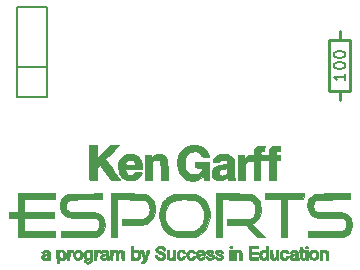
<source format=gto>
%TF.GenerationSoftware,KiCad,Pcbnew,(5.1.10)-1*%
%TF.CreationDate,2022-03-19T09:43:45-07:00*%
%TF.ProjectId,project,70726f6a-6563-4742-9e6b-696361645f70,rev?*%
%TF.SameCoordinates,Original*%
%TF.FileFunction,Legend,Top*%
%TF.FilePolarity,Positive*%
%FSLAX46Y46*%
G04 Gerber Fmt 4.6, Leading zero omitted, Abs format (unit mm)*
G04 Created by KiCad (PCBNEW (5.1.10)-1) date 2022-03-19 09:43:45*
%MOMM*%
%LPD*%
G01*
G04 APERTURE LIST*
%ADD10C,0.010000*%
%ADD11C,0.254000*%
%ADD12C,0.150000*%
G04 APERTURE END LIST*
D10*
%TO.C,G\u002A\u002A\u002A*%
G36*
X185824804Y-100897990D02*
G01*
X185851886Y-100922126D01*
X185857000Y-100977889D01*
X185849874Y-101037205D01*
X185816843Y-101063172D01*
X185765083Y-101071414D01*
X185687139Y-101065962D01*
X185656863Y-101037784D01*
X185644795Y-100958276D01*
X185679946Y-100909432D01*
X185758608Y-100893222D01*
X185824804Y-100897990D01*
G37*
X185824804Y-100897990D02*
X185851886Y-100922126D01*
X185857000Y-100977889D01*
X185849874Y-101037205D01*
X185816843Y-101063172D01*
X185765083Y-101071414D01*
X185687139Y-101065962D01*
X185656863Y-101037784D01*
X185644795Y-100958276D01*
X185679946Y-100909432D01*
X185758608Y-100893222D01*
X185824804Y-100897990D01*
G36*
X179403870Y-100883480D02*
G01*
X179431021Y-100908129D01*
X179436432Y-100970370D01*
X179436444Y-100977889D01*
X179432075Y-101044093D01*
X179407427Y-101071244D01*
X179345185Y-101076654D01*
X179337666Y-101076667D01*
X179271462Y-101072298D01*
X179244312Y-101047649D01*
X179238901Y-100985407D01*
X179238889Y-100977889D01*
X179243257Y-100911685D01*
X179267906Y-100884534D01*
X179330148Y-100879123D01*
X179337666Y-100879111D01*
X179403870Y-100883480D01*
G37*
X179403870Y-100883480D02*
X179431021Y-100908129D01*
X179436432Y-100970370D01*
X179436444Y-100977889D01*
X179432075Y-101044093D01*
X179407427Y-101071244D01*
X179345185Y-101076654D01*
X179337666Y-101076667D01*
X179271462Y-101072298D01*
X179244312Y-101047649D01*
X179238901Y-100985407D01*
X179238889Y-100977889D01*
X179243257Y-100911685D01*
X179267906Y-100884534D01*
X179330148Y-100879123D01*
X179337666Y-100879111D01*
X179403870Y-100883480D01*
G36*
X187408829Y-101193097D02*
G01*
X187510646Y-101262871D01*
X187513079Y-101265431D01*
X187540755Y-101299212D01*
X187559835Y-101338652D01*
X187572323Y-101395010D01*
X187580225Y-101479546D01*
X187585545Y-101603518D01*
X187587913Y-101685632D01*
X187597270Y-102036222D01*
X187395111Y-102036222D01*
X187395111Y-101746168D01*
X187392459Y-101596420D01*
X187383658Y-101492698D01*
X187367436Y-101424797D01*
X187351177Y-101393391D01*
X187287231Y-101339636D01*
X187211273Y-101340294D01*
X187144597Y-101380056D01*
X187117536Y-101408672D01*
X187099553Y-101448407D01*
X187088373Y-101511063D01*
X187081722Y-101608442D01*
X187077970Y-101725778D01*
X187070555Y-102022111D01*
X186978639Y-102030969D01*
X186902981Y-102026222D01*
X186871947Y-102001323D01*
X186867045Y-101959992D01*
X186864038Y-101873977D01*
X186863119Y-101755013D01*
X186864481Y-101614834D01*
X186865086Y-101583243D01*
X186873000Y-101203667D01*
X186964722Y-101194823D01*
X187032856Y-101196858D01*
X187056269Y-101222661D01*
X187056444Y-101226560D01*
X187065486Y-101247903D01*
X187100445Y-101242648D01*
X187164072Y-101213890D01*
X187291496Y-101176503D01*
X187408829Y-101193097D01*
G37*
X187408829Y-101193097D02*
X187510646Y-101262871D01*
X187513079Y-101265431D01*
X187540755Y-101299212D01*
X187559835Y-101338652D01*
X187572323Y-101395010D01*
X187580225Y-101479546D01*
X187585545Y-101603518D01*
X187587913Y-101685632D01*
X187597270Y-102036222D01*
X187395111Y-102036222D01*
X187395111Y-101746168D01*
X187392459Y-101596420D01*
X187383658Y-101492698D01*
X187367436Y-101424797D01*
X187351177Y-101393391D01*
X187287231Y-101339636D01*
X187211273Y-101340294D01*
X187144597Y-101380056D01*
X187117536Y-101408672D01*
X187099553Y-101448407D01*
X187088373Y-101511063D01*
X187081722Y-101608442D01*
X187077970Y-101725778D01*
X187070555Y-102022111D01*
X186978639Y-102030969D01*
X186902981Y-102026222D01*
X186871947Y-102001323D01*
X186867045Y-101959992D01*
X186864038Y-101873977D01*
X186863119Y-101755013D01*
X186864481Y-101614834D01*
X186865086Y-101583243D01*
X186873000Y-101203667D01*
X186964722Y-101194823D01*
X187032856Y-101196858D01*
X187056269Y-101222661D01*
X187056444Y-101226560D01*
X187065486Y-101247903D01*
X187100445Y-101242648D01*
X187164072Y-101213890D01*
X187291496Y-101176503D01*
X187408829Y-101193097D01*
G36*
X185857000Y-102022111D02*
G01*
X185765083Y-102030969D01*
X185689426Y-102026222D01*
X185658392Y-102001323D01*
X185653490Y-101959992D01*
X185650483Y-101873977D01*
X185649564Y-101755013D01*
X185650925Y-101614834D01*
X185651530Y-101583243D01*
X185659444Y-101203667D01*
X185857000Y-101203667D01*
X185857000Y-102022111D01*
G37*
X185857000Y-102022111D02*
X185765083Y-102030969D01*
X185689426Y-102026222D01*
X185658392Y-102001323D01*
X185653490Y-101959992D01*
X185650483Y-101873977D01*
X185649564Y-101755013D01*
X185650925Y-101614834D01*
X185651530Y-101583243D01*
X185659444Y-101203667D01*
X185857000Y-101203667D01*
X185857000Y-102022111D01*
G36*
X185374611Y-100954377D02*
G01*
X185400789Y-100979039D01*
X185411772Y-101039445D01*
X185414038Y-101067885D01*
X185423899Y-101143894D01*
X185446233Y-101180342D01*
X185492289Y-101194099D01*
X185498705Y-101194885D01*
X185556115Y-101213336D01*
X185574407Y-101260787D01*
X185574778Y-101274222D01*
X185562368Y-101328500D01*
X185514389Y-101351257D01*
X185497166Y-101353708D01*
X185419555Y-101362638D01*
X185419555Y-101863140D01*
X185497166Y-101872070D01*
X185555301Y-101890040D01*
X185574262Y-101935839D01*
X185574778Y-101951556D01*
X185568146Y-101996894D01*
X185537948Y-102019523D01*
X185468726Y-102029775D01*
X185456380Y-102030714D01*
X185362394Y-102027664D01*
X185297697Y-101997281D01*
X185279991Y-101981325D01*
X185252906Y-101947605D01*
X185235744Y-101903552D01*
X185226336Y-101836521D01*
X185222515Y-101733865D01*
X185222000Y-101643074D01*
X185221334Y-101515242D01*
X185217775Y-101433184D01*
X185208983Y-101386235D01*
X185192615Y-101363728D01*
X185166329Y-101354997D01*
X185158500Y-101353796D01*
X185108198Y-101325454D01*
X185090973Y-101274459D01*
X185107042Y-101223407D01*
X185156624Y-101194898D01*
X185156963Y-101194850D01*
X185198185Y-101178588D01*
X185219225Y-101134695D01*
X185227519Y-101067850D01*
X185236324Y-100993176D01*
X185256472Y-100959139D01*
X185300427Y-100949943D01*
X185320778Y-100949667D01*
X185374611Y-100954377D01*
G37*
X185374611Y-100954377D02*
X185400789Y-100979039D01*
X185411772Y-101039445D01*
X185414038Y-101067885D01*
X185423899Y-101143894D01*
X185446233Y-101180342D01*
X185492289Y-101194099D01*
X185498705Y-101194885D01*
X185556115Y-101213336D01*
X185574407Y-101260787D01*
X185574778Y-101274222D01*
X185562368Y-101328500D01*
X185514389Y-101351257D01*
X185497166Y-101353708D01*
X185419555Y-101362638D01*
X185419555Y-101863140D01*
X185497166Y-101872070D01*
X185555301Y-101890040D01*
X185574262Y-101935839D01*
X185574778Y-101951556D01*
X185568146Y-101996894D01*
X185537948Y-102019523D01*
X185468726Y-102029775D01*
X185456380Y-102030714D01*
X185362394Y-102027664D01*
X185297697Y-101997281D01*
X185279991Y-101981325D01*
X185252906Y-101947605D01*
X185235744Y-101903552D01*
X185226336Y-101836521D01*
X185222515Y-101733865D01*
X185222000Y-101643074D01*
X185221334Y-101515242D01*
X185217775Y-101433184D01*
X185208983Y-101386235D01*
X185192615Y-101363728D01*
X185166329Y-101354997D01*
X185158500Y-101353796D01*
X185108198Y-101325454D01*
X185090973Y-101274459D01*
X185107042Y-101223407D01*
X185156624Y-101194898D01*
X185156963Y-101194850D01*
X185198185Y-101178588D01*
X185219225Y-101134695D01*
X185227519Y-101067850D01*
X185236324Y-100993176D01*
X185256472Y-100959139D01*
X185300427Y-100949943D01*
X185320778Y-100949667D01*
X185374611Y-100954377D01*
G36*
X181694222Y-101076667D02*
G01*
X181101555Y-101076667D01*
X181101555Y-101358889D01*
X181637778Y-101358889D01*
X181637778Y-101528222D01*
X181101555Y-101528222D01*
X181101555Y-101838667D01*
X181694222Y-101838667D01*
X181694222Y-102036222D01*
X181298225Y-102036222D01*
X181129092Y-102034787D01*
X181009926Y-102030104D01*
X180934311Y-102021607D01*
X180895834Y-102008731D01*
X180888357Y-102000075D01*
X180884395Y-101961563D01*
X180881689Y-101876089D01*
X180880341Y-101753123D01*
X180880454Y-101602137D01*
X180882130Y-101432599D01*
X180882188Y-101428575D01*
X180889889Y-100893222D01*
X181292055Y-100885392D01*
X181694222Y-100877561D01*
X181694222Y-101076667D01*
G37*
X181694222Y-101076667D02*
X181101555Y-101076667D01*
X181101555Y-101358889D01*
X181637778Y-101358889D01*
X181637778Y-101528222D01*
X181101555Y-101528222D01*
X181101555Y-101838667D01*
X181694222Y-101838667D01*
X181694222Y-102036222D01*
X181298225Y-102036222D01*
X181129092Y-102034787D01*
X181009926Y-102030104D01*
X180934311Y-102021607D01*
X180895834Y-102008731D01*
X180888357Y-102000075D01*
X180884395Y-101961563D01*
X180881689Y-101876089D01*
X180880341Y-101753123D01*
X180880454Y-101602137D01*
X180882130Y-101432599D01*
X180882188Y-101428575D01*
X180889889Y-100893222D01*
X181292055Y-100885392D01*
X181694222Y-100877561D01*
X181694222Y-101076667D01*
G36*
X180100600Y-101189864D02*
G01*
X180170771Y-101221877D01*
X180220944Y-101270124D01*
X180254168Y-101343299D01*
X180273493Y-101450094D01*
X180281966Y-101599203D01*
X180283111Y-101710265D01*
X180283111Y-102036222D01*
X180085555Y-102036222D01*
X180085555Y-101727794D01*
X180083756Y-101581900D01*
X180077507Y-101482222D01*
X180065535Y-101418618D01*
X180046565Y-101380949D01*
X180041206Y-101375016D01*
X179967101Y-101334575D01*
X179886246Y-101347229D01*
X179831555Y-101387111D01*
X179805793Y-101419526D01*
X179789204Y-101462834D01*
X179779856Y-101529111D01*
X179775818Y-101630430D01*
X179775111Y-101739889D01*
X179775111Y-102036222D01*
X179577555Y-102036222D01*
X179577555Y-101189556D01*
X179663108Y-101189556D01*
X179733774Y-101203437D01*
X179765372Y-101233107D01*
X179784364Y-101261582D01*
X179815954Y-101246665D01*
X179827987Y-101236445D01*
X179931825Y-101180126D01*
X180052404Y-101177319D01*
X180100600Y-101189864D01*
G37*
X180100600Y-101189864D02*
X180170771Y-101221877D01*
X180220944Y-101270124D01*
X180254168Y-101343299D01*
X180273493Y-101450094D01*
X180281966Y-101599203D01*
X180283111Y-101710265D01*
X180283111Y-102036222D01*
X180085555Y-102036222D01*
X180085555Y-101727794D01*
X180083756Y-101581900D01*
X180077507Y-101482222D01*
X180065535Y-101418618D01*
X180046565Y-101380949D01*
X180041206Y-101375016D01*
X179967101Y-101334575D01*
X179886246Y-101347229D01*
X179831555Y-101387111D01*
X179805793Y-101419526D01*
X179789204Y-101462834D01*
X179779856Y-101529111D01*
X179775818Y-101630430D01*
X179775111Y-101739889D01*
X179775111Y-102036222D01*
X179577555Y-102036222D01*
X179577555Y-101189556D01*
X179663108Y-101189556D01*
X179733774Y-101203437D01*
X179765372Y-101233107D01*
X179784364Y-101261582D01*
X179815954Y-101246665D01*
X179827987Y-101236445D01*
X179931825Y-101180126D01*
X180052404Y-101177319D01*
X180100600Y-101189864D01*
G36*
X179436444Y-102036222D02*
G01*
X179238889Y-102036222D01*
X179238889Y-101189556D01*
X179436444Y-101189556D01*
X179436444Y-102036222D01*
G37*
X179436444Y-102036222D02*
X179238889Y-102036222D01*
X179238889Y-101189556D01*
X179436444Y-101189556D01*
X179436444Y-102036222D01*
G36*
X170129449Y-101188560D02*
G01*
X170227587Y-101251354D01*
X170254290Y-101279806D01*
X170272455Y-101313085D01*
X170283717Y-101361894D01*
X170289711Y-101436942D01*
X170292072Y-101548933D01*
X170292444Y-101676041D01*
X170292444Y-102039798D01*
X170200722Y-102030955D01*
X170109000Y-102022111D01*
X170094889Y-101700527D01*
X170085013Y-101539121D01*
X170069851Y-101427952D01*
X170046279Y-101360858D01*
X170011171Y-101331672D01*
X169961400Y-101334229D01*
X169917651Y-101350926D01*
X169874295Y-101381823D01*
X169844158Y-101434199D01*
X169825200Y-101516804D01*
X169815383Y-101638389D01*
X169812666Y-101801649D01*
X169812666Y-102039798D01*
X169720944Y-102030955D01*
X169629222Y-102022111D01*
X169615111Y-101700527D01*
X169607396Y-101556099D01*
X169598056Y-101458116D01*
X169585290Y-101396575D01*
X169567298Y-101361477D01*
X169551611Y-101347893D01*
X169490261Y-101332030D01*
X169452833Y-101347692D01*
X169398433Y-101397572D01*
X169362168Y-101473085D01*
X169341416Y-101583601D01*
X169333559Y-101738490D01*
X169333305Y-101775167D01*
X169332889Y-102036222D01*
X169247336Y-102036222D01*
X169182518Y-102025345D01*
X169147700Y-101999521D01*
X169143056Y-101958891D01*
X169140262Y-101873508D01*
X169139491Y-101755036D01*
X169140917Y-101615141D01*
X169141530Y-101583243D01*
X169149444Y-101203667D01*
X169241166Y-101194823D01*
X169306362Y-101195445D01*
X169331203Y-101218562D01*
X169332889Y-101234475D01*
X169336789Y-101266133D01*
X169357803Y-101259192D01*
X169388472Y-101232668D01*
X169466069Y-101193109D01*
X169565781Y-101179965D01*
X169662265Y-101193821D01*
X169720391Y-101225003D01*
X169757492Y-101253156D01*
X169793750Y-101256505D01*
X169849796Y-101233921D01*
X169885036Y-101215997D01*
X170012825Y-101174738D01*
X170129449Y-101188560D01*
G37*
X170129449Y-101188560D02*
X170227587Y-101251354D01*
X170254290Y-101279806D01*
X170272455Y-101313085D01*
X170283717Y-101361894D01*
X170289711Y-101436942D01*
X170292072Y-101548933D01*
X170292444Y-101676041D01*
X170292444Y-102039798D01*
X170200722Y-102030955D01*
X170109000Y-102022111D01*
X170094889Y-101700527D01*
X170085013Y-101539121D01*
X170069851Y-101427952D01*
X170046279Y-101360858D01*
X170011171Y-101331672D01*
X169961400Y-101334229D01*
X169917651Y-101350926D01*
X169874295Y-101381823D01*
X169844158Y-101434199D01*
X169825200Y-101516804D01*
X169815383Y-101638389D01*
X169812666Y-101801649D01*
X169812666Y-102039798D01*
X169720944Y-102030955D01*
X169629222Y-102022111D01*
X169615111Y-101700527D01*
X169607396Y-101556099D01*
X169598056Y-101458116D01*
X169585290Y-101396575D01*
X169567298Y-101361477D01*
X169551611Y-101347893D01*
X169490261Y-101332030D01*
X169452833Y-101347692D01*
X169398433Y-101397572D01*
X169362168Y-101473085D01*
X169341416Y-101583601D01*
X169333559Y-101738490D01*
X169333305Y-101775167D01*
X169332889Y-102036222D01*
X169247336Y-102036222D01*
X169182518Y-102025345D01*
X169147700Y-101999521D01*
X169143056Y-101958891D01*
X169140262Y-101873508D01*
X169139491Y-101755036D01*
X169140917Y-101615141D01*
X169141530Y-101583243D01*
X169149444Y-101203667D01*
X169241166Y-101194823D01*
X169306362Y-101195445D01*
X169331203Y-101218562D01*
X169332889Y-101234475D01*
X169336789Y-101266133D01*
X169357803Y-101259192D01*
X169388472Y-101232668D01*
X169466069Y-101193109D01*
X169565781Y-101179965D01*
X169662265Y-101193821D01*
X169720391Y-101225003D01*
X169757492Y-101253156D01*
X169793750Y-101256505D01*
X169849796Y-101233921D01*
X169885036Y-101215997D01*
X170012825Y-101174738D01*
X170129449Y-101188560D01*
G36*
X168221884Y-101184012D02*
G01*
X168246812Y-101214355D01*
X168255177Y-101267167D01*
X168255253Y-101331177D01*
X168233047Y-101356151D01*
X168208096Y-101358889D01*
X168116097Y-101373965D01*
X168049958Y-101422775D01*
X168006849Y-101510692D01*
X167983935Y-101643089D01*
X167978222Y-101794932D01*
X167978222Y-102036222D01*
X167780666Y-102036222D01*
X167780666Y-101189556D01*
X167866219Y-101189556D01*
X167936885Y-101203437D01*
X167968484Y-101233107D01*
X167986159Y-101261387D01*
X168014929Y-101249006D01*
X168034727Y-101231834D01*
X168100078Y-101196022D01*
X168165295Y-101181227D01*
X168221884Y-101184012D01*
G37*
X168221884Y-101184012D02*
X168246812Y-101214355D01*
X168255177Y-101267167D01*
X168255253Y-101331177D01*
X168233047Y-101356151D01*
X168208096Y-101358889D01*
X168116097Y-101373965D01*
X168049958Y-101422775D01*
X168006849Y-101510692D01*
X167983935Y-101643089D01*
X167978222Y-101794932D01*
X167978222Y-102036222D01*
X167780666Y-102036222D01*
X167780666Y-101189556D01*
X167866219Y-101189556D01*
X167936885Y-101203437D01*
X167968484Y-101233107D01*
X167986159Y-101261387D01*
X168014929Y-101249006D01*
X168034727Y-101231834D01*
X168100078Y-101196022D01*
X168165295Y-101181227D01*
X168221884Y-101184012D01*
G36*
X165939926Y-101179169D02*
G01*
X165969512Y-101231862D01*
X165974444Y-101289113D01*
X165968066Y-101351580D01*
X165951964Y-101375252D01*
X165947520Y-101373802D01*
X165902352Y-101367698D01*
X165845705Y-101375958D01*
X165776252Y-101417345D01*
X165728246Y-101503119D01*
X165700605Y-101636340D01*
X165692222Y-101809538D01*
X165692222Y-102036222D01*
X165494666Y-102036222D01*
X165494666Y-101189556D01*
X165593444Y-101189556D01*
X165667236Y-101199121D01*
X165692177Y-101229068D01*
X165692222Y-101230937D01*
X165701613Y-101252145D01*
X165737044Y-101243475D01*
X165791238Y-101213898D01*
X165881368Y-101173537D01*
X165939926Y-101179169D01*
G37*
X165939926Y-101179169D02*
X165969512Y-101231862D01*
X165974444Y-101289113D01*
X165968066Y-101351580D01*
X165951964Y-101375252D01*
X165947520Y-101373802D01*
X165902352Y-101367698D01*
X165845705Y-101375958D01*
X165776252Y-101417345D01*
X165728246Y-101503119D01*
X165700605Y-101636340D01*
X165692222Y-101809538D01*
X165692222Y-102036222D01*
X165494666Y-102036222D01*
X165494666Y-101189556D01*
X165593444Y-101189556D01*
X165667236Y-101199121D01*
X165692177Y-101229068D01*
X165692222Y-101230937D01*
X165701613Y-101252145D01*
X165737044Y-101243475D01*
X165791238Y-101213898D01*
X165881368Y-101173537D01*
X165939926Y-101179169D01*
G36*
X186449670Y-101181026D02*
G01*
X186520015Y-101206877D01*
X186638152Y-101274503D01*
X186714256Y-101369818D01*
X186752721Y-101500271D01*
X186759621Y-101612889D01*
X186751153Y-101748461D01*
X186724936Y-101842320D01*
X186708272Y-101871983D01*
X186604962Y-101979614D01*
X186476907Y-102040081D01*
X186334036Y-102050757D01*
X186187658Y-102009661D01*
X186091439Y-101949428D01*
X186027450Y-101864405D01*
X186011889Y-101832564D01*
X185966262Y-101678224D01*
X185966201Y-101627465D01*
X186159972Y-101627465D01*
X186180511Y-101736918D01*
X186231547Y-101823535D01*
X186306182Y-101877842D01*
X186397517Y-101890368D01*
X186448402Y-101877580D01*
X186502247Y-101831784D01*
X186547358Y-101750364D01*
X186573654Y-101654122D01*
X186576666Y-101612889D01*
X186557535Y-101496557D01*
X186507347Y-101410444D01*
X186436913Y-101357477D01*
X186357045Y-101340582D01*
X186278553Y-101362687D01*
X186212247Y-101426717D01*
X186176828Y-101504648D01*
X186159972Y-101627465D01*
X185966201Y-101627465D01*
X185966080Y-101528009D01*
X186008287Y-101392614D01*
X186089826Y-101282736D01*
X186187658Y-101217444D01*
X186288765Y-101177085D01*
X186367486Y-101165220D01*
X186449670Y-101181026D01*
G37*
X186449670Y-101181026D02*
X186520015Y-101206877D01*
X186638152Y-101274503D01*
X186714256Y-101369818D01*
X186752721Y-101500271D01*
X186759621Y-101612889D01*
X186751153Y-101748461D01*
X186724936Y-101842320D01*
X186708272Y-101871983D01*
X186604962Y-101979614D01*
X186476907Y-102040081D01*
X186334036Y-102050757D01*
X186187658Y-102009661D01*
X186091439Y-101949428D01*
X186027450Y-101864405D01*
X186011889Y-101832564D01*
X185966262Y-101678224D01*
X185966201Y-101627465D01*
X186159972Y-101627465D01*
X186180511Y-101736918D01*
X186231547Y-101823535D01*
X186306182Y-101877842D01*
X186397517Y-101890368D01*
X186448402Y-101877580D01*
X186502247Y-101831784D01*
X186547358Y-101750364D01*
X186573654Y-101654122D01*
X186576666Y-101612889D01*
X186557535Y-101496557D01*
X186507347Y-101410444D01*
X186436913Y-101357477D01*
X186357045Y-101340582D01*
X186278553Y-101362687D01*
X186212247Y-101426717D01*
X186176828Y-101504648D01*
X186159972Y-101627465D01*
X185966201Y-101627465D01*
X185966080Y-101528009D01*
X186008287Y-101392614D01*
X186089826Y-101282736D01*
X186187658Y-101217444D01*
X186288765Y-101177085D01*
X186367486Y-101165220D01*
X186449670Y-101181026D01*
G36*
X184864672Y-101202472D02*
G01*
X184959334Y-101262991D01*
X184989937Y-101298788D01*
X185009150Y-101340767D01*
X185019568Y-101402298D01*
X185023787Y-101496752D01*
X185024444Y-101598381D01*
X185026282Y-101730128D01*
X185032751Y-101815228D01*
X185045285Y-101863386D01*
X185065319Y-101884309D01*
X185066778Y-101884905D01*
X185099769Y-101922702D01*
X185109111Y-101968148D01*
X185086152Y-102026223D01*
X185028588Y-102056157D01*
X184953387Y-102052748D01*
X184904294Y-102030951D01*
X184848791Y-102007005D01*
X184787032Y-102012083D01*
X184742222Y-102026247D01*
X184646127Y-102053792D01*
X184566679Y-102056321D01*
X184502333Y-102044242D01*
X184404082Y-101993806D01*
X184339242Y-101906052D01*
X184318889Y-101808651D01*
X184322525Y-101781813D01*
X184516444Y-101781813D01*
X184539536Y-101845909D01*
X184598218Y-101882409D01*
X184676600Y-101886863D01*
X184758793Y-101854822D01*
X184764165Y-101851177D01*
X184817410Y-101781613D01*
X184826889Y-101725952D01*
X184822946Y-101673622D01*
X184800218Y-101654233D01*
X184742351Y-101657736D01*
X184721055Y-101660922D01*
X184604785Y-101687534D01*
X184538543Y-101725650D01*
X184516491Y-101778719D01*
X184516444Y-101781813D01*
X184322525Y-101781813D01*
X184332303Y-101709647D01*
X184377746Y-101637738D01*
X184463012Y-101585876D01*
X184595899Y-101547015D01*
X184612171Y-101543559D01*
X184733862Y-101515374D01*
X184807639Y-101488969D01*
X184841631Y-101459398D01*
X184843968Y-101421718D01*
X184838812Y-101405698D01*
X184797355Y-101361315D01*
X184728996Y-101340977D01*
X184652258Y-101343225D01*
X184585665Y-101366602D01*
X184547740Y-101409651D01*
X184544666Y-101428839D01*
X184524060Y-101460414D01*
X184457530Y-101471650D01*
X184445889Y-101471778D01*
X184371514Y-101457345D01*
X184345680Y-101414866D01*
X184368664Y-101345570D01*
X184405069Y-101292820D01*
X184494603Y-101220844D01*
X184613070Y-101181147D01*
X184742438Y-101174699D01*
X184864672Y-101202472D01*
G37*
X184864672Y-101202472D02*
X184959334Y-101262991D01*
X184989937Y-101298788D01*
X185009150Y-101340767D01*
X185019568Y-101402298D01*
X185023787Y-101496752D01*
X185024444Y-101598381D01*
X185026282Y-101730128D01*
X185032751Y-101815228D01*
X185045285Y-101863386D01*
X185065319Y-101884309D01*
X185066778Y-101884905D01*
X185099769Y-101922702D01*
X185109111Y-101968148D01*
X185086152Y-102026223D01*
X185028588Y-102056157D01*
X184953387Y-102052748D01*
X184904294Y-102030951D01*
X184848791Y-102007005D01*
X184787032Y-102012083D01*
X184742222Y-102026247D01*
X184646127Y-102053792D01*
X184566679Y-102056321D01*
X184502333Y-102044242D01*
X184404082Y-101993806D01*
X184339242Y-101906052D01*
X184318889Y-101808651D01*
X184322525Y-101781813D01*
X184516444Y-101781813D01*
X184539536Y-101845909D01*
X184598218Y-101882409D01*
X184676600Y-101886863D01*
X184758793Y-101854822D01*
X184764165Y-101851177D01*
X184817410Y-101781613D01*
X184826889Y-101725952D01*
X184822946Y-101673622D01*
X184800218Y-101654233D01*
X184742351Y-101657736D01*
X184721055Y-101660922D01*
X184604785Y-101687534D01*
X184538543Y-101725650D01*
X184516491Y-101778719D01*
X184516444Y-101781813D01*
X184322525Y-101781813D01*
X184332303Y-101709647D01*
X184377746Y-101637738D01*
X184463012Y-101585876D01*
X184595899Y-101547015D01*
X184612171Y-101543559D01*
X184733862Y-101515374D01*
X184807639Y-101488969D01*
X184841631Y-101459398D01*
X184843968Y-101421718D01*
X184838812Y-101405698D01*
X184797355Y-101361315D01*
X184728996Y-101340977D01*
X184652258Y-101343225D01*
X184585665Y-101366602D01*
X184547740Y-101409651D01*
X184544666Y-101428839D01*
X184524060Y-101460414D01*
X184457530Y-101471650D01*
X184445889Y-101471778D01*
X184371514Y-101457345D01*
X184345680Y-101414866D01*
X184368664Y-101345570D01*
X184405069Y-101292820D01*
X184494603Y-101220844D01*
X184613070Y-101181147D01*
X184742438Y-101174699D01*
X184864672Y-101202472D01*
G36*
X184026392Y-101195183D02*
G01*
X184106151Y-101228592D01*
X184160867Y-101279966D01*
X184209466Y-101350361D01*
X184241550Y-101420945D01*
X184246721Y-101472884D01*
X184244145Y-101478554D01*
X184209661Y-101495212D01*
X184151592Y-101499561D01*
X184095132Y-101492552D01*
X184065470Y-101475137D01*
X184064889Y-101471778D01*
X184042128Y-101422917D01*
X183988310Y-101371930D01*
X183925134Y-101336763D01*
X183894272Y-101330667D01*
X183835404Y-101349802D01*
X183771061Y-101396233D01*
X183767272Y-101399939D01*
X183722512Y-101458350D01*
X183702019Y-101530282D01*
X183698000Y-101612889D01*
X183704581Y-101712306D01*
X183729382Y-101779611D01*
X183767272Y-101825838D01*
X183826746Y-101873141D01*
X183878165Y-101894945D01*
X183881444Y-101895111D01*
X183930649Y-101875675D01*
X183990748Y-101829396D01*
X184042046Y-101774317D01*
X184064848Y-101728479D01*
X184064889Y-101727061D01*
X184088476Y-101707148D01*
X184142596Y-101698360D01*
X184202282Y-101701527D01*
X184242569Y-101717479D01*
X184245418Y-101721062D01*
X184243957Y-101764672D01*
X184214541Y-101832246D01*
X184167370Y-101906149D01*
X184112642Y-101968747D01*
X184092449Y-101985564D01*
X183979402Y-102038361D01*
X183852049Y-102051987D01*
X183740333Y-102025950D01*
X183626910Y-101956687D01*
X183554787Y-101866649D01*
X183516629Y-101743928D01*
X183506842Y-101646792D01*
X183513706Y-101485423D01*
X183555407Y-101361453D01*
X183636252Y-101264809D01*
X183685871Y-101227995D01*
X183784187Y-101190389D01*
X183906327Y-101179464D01*
X184026392Y-101195183D01*
G37*
X184026392Y-101195183D02*
X184106151Y-101228592D01*
X184160867Y-101279966D01*
X184209466Y-101350361D01*
X184241550Y-101420945D01*
X184246721Y-101472884D01*
X184244145Y-101478554D01*
X184209661Y-101495212D01*
X184151592Y-101499561D01*
X184095132Y-101492552D01*
X184065470Y-101475137D01*
X184064889Y-101471778D01*
X184042128Y-101422917D01*
X183988310Y-101371930D01*
X183925134Y-101336763D01*
X183894272Y-101330667D01*
X183835404Y-101349802D01*
X183771061Y-101396233D01*
X183767272Y-101399939D01*
X183722512Y-101458350D01*
X183702019Y-101530282D01*
X183698000Y-101612889D01*
X183704581Y-101712306D01*
X183729382Y-101779611D01*
X183767272Y-101825838D01*
X183826746Y-101873141D01*
X183878165Y-101894945D01*
X183881444Y-101895111D01*
X183930649Y-101875675D01*
X183990748Y-101829396D01*
X184042046Y-101774317D01*
X184064848Y-101728479D01*
X184064889Y-101727061D01*
X184088476Y-101707148D01*
X184142596Y-101698360D01*
X184202282Y-101701527D01*
X184242569Y-101717479D01*
X184245418Y-101721062D01*
X184243957Y-101764672D01*
X184214541Y-101832246D01*
X184167370Y-101906149D01*
X184112642Y-101968747D01*
X184092449Y-101985564D01*
X183979402Y-102038361D01*
X183852049Y-102051987D01*
X183740333Y-102025950D01*
X183626910Y-101956687D01*
X183554787Y-101866649D01*
X183516629Y-101743928D01*
X183506842Y-101646792D01*
X183513706Y-101485423D01*
X183555407Y-101361453D01*
X183636252Y-101264809D01*
X183685871Y-101227995D01*
X183784187Y-101190389D01*
X183906327Y-101179464D01*
X184026392Y-101195183D01*
G36*
X182879555Y-101497984D02*
G01*
X182881355Y-101643877D01*
X182887603Y-101743556D01*
X182899575Y-101807159D01*
X182918546Y-101844828D01*
X182923904Y-101850762D01*
X182998010Y-101891202D01*
X183078864Y-101878548D01*
X183133555Y-101838667D01*
X183159318Y-101806252D01*
X183175907Y-101762943D01*
X183185255Y-101696667D01*
X183189293Y-101595348D01*
X183190000Y-101485889D01*
X183190000Y-101189556D01*
X183387555Y-101189556D01*
X183387555Y-102036222D01*
X183291129Y-102036222D01*
X183223576Y-102028373D01*
X183186138Y-102009187D01*
X183184731Y-102006306D01*
X183154721Y-101995566D01*
X183090657Y-102020243D01*
X183005364Y-102055583D01*
X182931089Y-102057451D01*
X182839604Y-102026379D01*
X182836538Y-102025048D01*
X182775840Y-101989063D01*
X182732799Y-101936485D01*
X182704701Y-101858320D01*
X182688834Y-101745574D01*
X182682483Y-101589254D01*
X182682000Y-101512783D01*
X182682000Y-101189556D01*
X182879555Y-101189556D01*
X182879555Y-101497984D01*
G37*
X182879555Y-101497984D02*
X182881355Y-101643877D01*
X182887603Y-101743556D01*
X182899575Y-101807159D01*
X182918546Y-101844828D01*
X182923904Y-101850762D01*
X182998010Y-101891202D01*
X183078864Y-101878548D01*
X183133555Y-101838667D01*
X183159318Y-101806252D01*
X183175907Y-101762943D01*
X183185255Y-101696667D01*
X183189293Y-101595348D01*
X183190000Y-101485889D01*
X183190000Y-101189556D01*
X183387555Y-101189556D01*
X183387555Y-102036222D01*
X183291129Y-102036222D01*
X183223576Y-102028373D01*
X183186138Y-102009187D01*
X183184731Y-102006306D01*
X183154721Y-101995566D01*
X183090657Y-102020243D01*
X183005364Y-102055583D01*
X182931089Y-102057451D01*
X182839604Y-102026379D01*
X182836538Y-102025048D01*
X182775840Y-101989063D01*
X182732799Y-101936485D01*
X182704701Y-101858320D01*
X182688834Y-101745574D01*
X182682483Y-101589254D01*
X182682000Y-101512783D01*
X182682000Y-101189556D01*
X182879555Y-101189556D01*
X182879555Y-101497984D01*
G36*
X182540889Y-102036222D02*
G01*
X182457888Y-102036222D01*
X182393105Y-102028065D01*
X182358493Y-102009698D01*
X182323059Y-102001443D01*
X182254750Y-102019806D01*
X182244845Y-102023809D01*
X182170696Y-102051166D01*
X182110728Y-102058536D01*
X182033858Y-102048689D01*
X182011961Y-102044558D01*
X181931478Y-102005956D01*
X181851741Y-101931445D01*
X181789135Y-101839354D01*
X181762412Y-101765427D01*
X181751673Y-101636881D01*
X181753489Y-101612889D01*
X181948222Y-101612889D01*
X181954803Y-101712306D01*
X181979604Y-101779611D01*
X182017495Y-101825838D01*
X182081543Y-101873556D01*
X182142621Y-101895018D01*
X182145778Y-101895111D01*
X182205597Y-101875940D01*
X182270385Y-101829435D01*
X182274060Y-101825838D01*
X182318821Y-101767428D01*
X182339314Y-101695496D01*
X182343333Y-101612889D01*
X182325818Y-101489498D01*
X182278820Y-101398709D01*
X182210660Y-101345962D01*
X182129661Y-101336694D01*
X182044143Y-101376345D01*
X182017495Y-101399939D01*
X181972734Y-101458350D01*
X181952241Y-101530282D01*
X181948222Y-101612889D01*
X181753489Y-101612889D01*
X181761871Y-101502193D01*
X181790004Y-101382673D01*
X181826893Y-101307398D01*
X181890418Y-101248786D01*
X181976771Y-101199429D01*
X181996312Y-101191754D01*
X182072405Y-101169162D01*
X182130430Y-101169902D01*
X182199447Y-101196200D01*
X182226588Y-101209380D01*
X182343333Y-101267141D01*
X182343333Y-100879111D01*
X182540889Y-100879111D01*
X182540889Y-102036222D01*
G37*
X182540889Y-102036222D02*
X182457888Y-102036222D01*
X182393105Y-102028065D01*
X182358493Y-102009698D01*
X182323059Y-102001443D01*
X182254750Y-102019806D01*
X182244845Y-102023809D01*
X182170696Y-102051166D01*
X182110728Y-102058536D01*
X182033858Y-102048689D01*
X182011961Y-102044558D01*
X181931478Y-102005956D01*
X181851741Y-101931445D01*
X181789135Y-101839354D01*
X181762412Y-101765427D01*
X181751673Y-101636881D01*
X181753489Y-101612889D01*
X181948222Y-101612889D01*
X181954803Y-101712306D01*
X181979604Y-101779611D01*
X182017495Y-101825838D01*
X182081543Y-101873556D01*
X182142621Y-101895018D01*
X182145778Y-101895111D01*
X182205597Y-101875940D01*
X182270385Y-101829435D01*
X182274060Y-101825838D01*
X182318821Y-101767428D01*
X182339314Y-101695496D01*
X182343333Y-101612889D01*
X182325818Y-101489498D01*
X182278820Y-101398709D01*
X182210660Y-101345962D01*
X182129661Y-101336694D01*
X182044143Y-101376345D01*
X182017495Y-101399939D01*
X181972734Y-101458350D01*
X181952241Y-101530282D01*
X181948222Y-101612889D01*
X181753489Y-101612889D01*
X181761871Y-101502193D01*
X181790004Y-101382673D01*
X181826893Y-101307398D01*
X181890418Y-101248786D01*
X181976771Y-101199429D01*
X181996312Y-101191754D01*
X182072405Y-101169162D01*
X182130430Y-101169902D01*
X182199447Y-101196200D01*
X182226588Y-101209380D01*
X182343333Y-101267141D01*
X182343333Y-100879111D01*
X182540889Y-100879111D01*
X182540889Y-102036222D01*
G36*
X178438060Y-101186802D02*
G01*
X178447153Y-101189148D01*
X178537494Y-101230013D01*
X178615355Y-101293410D01*
X178664897Y-101364292D01*
X178674444Y-101405028D01*
X178651875Y-101435049D01*
X178596815Y-101443393D01*
X178528240Y-101431566D01*
X178465123Y-101401073D01*
X178448666Y-101387111D01*
X178368718Y-101337123D01*
X178285290Y-101343471D01*
X178235338Y-101373000D01*
X178197533Y-101406786D01*
X178204308Y-101432015D01*
X178236264Y-101458344D01*
X178302093Y-101492037D01*
X178387983Y-101516599D01*
X178396459Y-101518062D01*
X178534025Y-101558612D01*
X178633461Y-101626526D01*
X178689441Y-101715488D01*
X178696639Y-101819181D01*
X178685554Y-101860914D01*
X178626705Y-101948174D01*
X178529232Y-102012710D01*
X178408305Y-102048896D01*
X178279092Y-102051105D01*
X178212144Y-102036486D01*
X178116186Y-101988965D01*
X178040652Y-101920003D01*
X178000239Y-101844421D01*
X177997111Y-101819636D01*
X178005841Y-101774494D01*
X178042942Y-101756486D01*
X178092597Y-101754000D01*
X178165499Y-101764060D01*
X178199309Y-101799093D01*
X178202508Y-101809159D01*
X178238762Y-101856920D01*
X178304406Y-101881840D01*
X178381389Y-101884686D01*
X178451660Y-101866222D01*
X178497169Y-101827213D01*
X178505111Y-101796333D01*
X178489000Y-101759177D01*
X178435805Y-101725266D01*
X178338231Y-101690869D01*
X178254922Y-101668336D01*
X178161351Y-101633176D01*
X178080582Y-101584133D01*
X178064422Y-101569877D01*
X178009502Y-101484880D01*
X178002907Y-101397812D01*
X178037302Y-101315969D01*
X178105351Y-101246649D01*
X178199718Y-101197149D01*
X178313066Y-101174768D01*
X178438060Y-101186802D01*
G37*
X178438060Y-101186802D02*
X178447153Y-101189148D01*
X178537494Y-101230013D01*
X178615355Y-101293410D01*
X178664897Y-101364292D01*
X178674444Y-101405028D01*
X178651875Y-101435049D01*
X178596815Y-101443393D01*
X178528240Y-101431566D01*
X178465123Y-101401073D01*
X178448666Y-101387111D01*
X178368718Y-101337123D01*
X178285290Y-101343471D01*
X178235338Y-101373000D01*
X178197533Y-101406786D01*
X178204308Y-101432015D01*
X178236264Y-101458344D01*
X178302093Y-101492037D01*
X178387983Y-101516599D01*
X178396459Y-101518062D01*
X178534025Y-101558612D01*
X178633461Y-101626526D01*
X178689441Y-101715488D01*
X178696639Y-101819181D01*
X178685554Y-101860914D01*
X178626705Y-101948174D01*
X178529232Y-102012710D01*
X178408305Y-102048896D01*
X178279092Y-102051105D01*
X178212144Y-102036486D01*
X178116186Y-101988965D01*
X178040652Y-101920003D01*
X178000239Y-101844421D01*
X177997111Y-101819636D01*
X178005841Y-101774494D01*
X178042942Y-101756486D01*
X178092597Y-101754000D01*
X178165499Y-101764060D01*
X178199309Y-101799093D01*
X178202508Y-101809159D01*
X178238762Y-101856920D01*
X178304406Y-101881840D01*
X178381389Y-101884686D01*
X178451660Y-101866222D01*
X178497169Y-101827213D01*
X178505111Y-101796333D01*
X178489000Y-101759177D01*
X178435805Y-101725266D01*
X178338231Y-101690869D01*
X178254922Y-101668336D01*
X178161351Y-101633176D01*
X178080582Y-101584133D01*
X178064422Y-101569877D01*
X178009502Y-101484880D01*
X178002907Y-101397812D01*
X178037302Y-101315969D01*
X178105351Y-101246649D01*
X178199718Y-101197149D01*
X178313066Y-101174768D01*
X178438060Y-101186802D01*
G36*
X177668450Y-101189082D02*
G01*
X177771122Y-101231023D01*
X177847049Y-101292784D01*
X177882993Y-101368525D01*
X177884222Y-101385763D01*
X177873668Y-101425479D01*
X177831842Y-101441551D01*
X177785444Y-101443556D01*
X177720151Y-101436716D01*
X177687518Y-101419897D01*
X177686666Y-101416326D01*
X177662153Y-101378314D01*
X177603440Y-101349584D01*
X177532772Y-101338912D01*
X177500593Y-101342916D01*
X177441913Y-101374318D01*
X177431063Y-101418717D01*
X177465168Y-101464309D01*
X177538500Y-101498516D01*
X177612592Y-101517544D01*
X177662606Y-101527601D01*
X177668290Y-101528065D01*
X177738127Y-101547716D01*
X177818815Y-101595074D01*
X177885841Y-101653852D01*
X177909549Y-101688360D01*
X177926168Y-101786570D01*
X177899229Y-101887321D01*
X177836352Y-101969352D01*
X177800167Y-101993572D01*
X177674824Y-102036556D01*
X177535611Y-102051138D01*
X177416260Y-102035334D01*
X177305157Y-101976271D01*
X177235813Y-101879260D01*
X177220139Y-101831611D01*
X177211603Y-101780279D01*
X177230250Y-101758690D01*
X177289693Y-101754031D01*
X177302607Y-101754000D01*
X177369103Y-101760732D01*
X177403243Y-101777348D01*
X177404444Y-101781572D01*
X177425737Y-101815348D01*
X177473853Y-101854621D01*
X177548242Y-101883540D01*
X177624083Y-101883542D01*
X177687502Y-101860203D01*
X177724628Y-101819100D01*
X177721589Y-101765810D01*
X177716730Y-101756980D01*
X177679713Y-101732088D01*
X177605215Y-101702368D01*
X177528841Y-101679572D01*
X177386145Y-101631004D01*
X177293625Y-101569719D01*
X177245517Y-101490523D01*
X177235111Y-101414788D01*
X177254673Y-101313880D01*
X177317089Y-101241183D01*
X177427949Y-101190378D01*
X177435833Y-101188014D01*
X177552274Y-101172799D01*
X177668450Y-101189082D01*
G37*
X177668450Y-101189082D02*
X177771122Y-101231023D01*
X177847049Y-101292784D01*
X177882993Y-101368525D01*
X177884222Y-101385763D01*
X177873668Y-101425479D01*
X177831842Y-101441551D01*
X177785444Y-101443556D01*
X177720151Y-101436716D01*
X177687518Y-101419897D01*
X177686666Y-101416326D01*
X177662153Y-101378314D01*
X177603440Y-101349584D01*
X177532772Y-101338912D01*
X177500593Y-101342916D01*
X177441913Y-101374318D01*
X177431063Y-101418717D01*
X177465168Y-101464309D01*
X177538500Y-101498516D01*
X177612592Y-101517544D01*
X177662606Y-101527601D01*
X177668290Y-101528065D01*
X177738127Y-101547716D01*
X177818815Y-101595074D01*
X177885841Y-101653852D01*
X177909549Y-101688360D01*
X177926168Y-101786570D01*
X177899229Y-101887321D01*
X177836352Y-101969352D01*
X177800167Y-101993572D01*
X177674824Y-102036556D01*
X177535611Y-102051138D01*
X177416260Y-102035334D01*
X177305157Y-101976271D01*
X177235813Y-101879260D01*
X177220139Y-101831611D01*
X177211603Y-101780279D01*
X177230250Y-101758690D01*
X177289693Y-101754031D01*
X177302607Y-101754000D01*
X177369103Y-101760732D01*
X177403243Y-101777348D01*
X177404444Y-101781572D01*
X177425737Y-101815348D01*
X177473853Y-101854621D01*
X177548242Y-101883540D01*
X177624083Y-101883542D01*
X177687502Y-101860203D01*
X177724628Y-101819100D01*
X177721589Y-101765810D01*
X177716730Y-101756980D01*
X177679713Y-101732088D01*
X177605215Y-101702368D01*
X177528841Y-101679572D01*
X177386145Y-101631004D01*
X177293625Y-101569719D01*
X177245517Y-101490523D01*
X177235111Y-101414788D01*
X177254673Y-101313880D01*
X177317089Y-101241183D01*
X177427949Y-101190378D01*
X177435833Y-101188014D01*
X177552274Y-101172799D01*
X177668450Y-101189082D01*
G36*
X176848429Y-101181897D02*
G01*
X176962261Y-101232736D01*
X177058147Y-101319070D01*
X177124672Y-101430530D01*
X177150421Y-101556747D01*
X177150444Y-101560618D01*
X177150444Y-101669333D01*
X176868222Y-101669333D01*
X176723952Y-101672235D01*
X176631688Y-101683014D01*
X176587196Y-101704785D01*
X176586239Y-101740660D01*
X176624581Y-101793752D01*
X176655272Y-101825838D01*
X176739371Y-101883775D01*
X176821920Y-101885571D01*
X176906311Y-101831209D01*
X176913121Y-101824556D01*
X176969200Y-101785977D01*
X177038287Y-101759931D01*
X177102463Y-101750148D01*
X177143809Y-101760361D01*
X177150339Y-101775167D01*
X177132971Y-101823822D01*
X177091122Y-101891779D01*
X177039695Y-101957907D01*
X176993593Y-102001076D01*
X176989157Y-102003694D01*
X176886021Y-102037901D01*
X176764635Y-102049688D01*
X176660578Y-102036307D01*
X176538891Y-101971465D01*
X176451300Y-101868813D01*
X176401323Y-101737987D01*
X176392475Y-101588620D01*
X176412809Y-101498717D01*
X176586000Y-101498717D01*
X176612342Y-101514967D01*
X176684150Y-101525334D01*
X176769444Y-101528222D01*
X176873705Y-101525106D01*
X176931439Y-101514346D01*
X176952292Y-101493823D01*
X176952889Y-101487937D01*
X176930754Y-101442372D01*
X176877906Y-101389681D01*
X176814677Y-101346827D01*
X176764355Y-101330667D01*
X176717836Y-101350265D01*
X176659574Y-101396768D01*
X176609135Y-101451742D01*
X176586085Y-101496749D01*
X176586000Y-101498717D01*
X176412809Y-101498717D01*
X176428274Y-101430347D01*
X176433987Y-101415540D01*
X176511559Y-101290770D01*
X176625999Y-101208329D01*
X176728064Y-101176922D01*
X176848429Y-101181897D01*
G37*
X176848429Y-101181897D02*
X176962261Y-101232736D01*
X177058147Y-101319070D01*
X177124672Y-101430530D01*
X177150421Y-101556747D01*
X177150444Y-101560618D01*
X177150444Y-101669333D01*
X176868222Y-101669333D01*
X176723952Y-101672235D01*
X176631688Y-101683014D01*
X176587196Y-101704785D01*
X176586239Y-101740660D01*
X176624581Y-101793752D01*
X176655272Y-101825838D01*
X176739371Y-101883775D01*
X176821920Y-101885571D01*
X176906311Y-101831209D01*
X176913121Y-101824556D01*
X176969200Y-101785977D01*
X177038287Y-101759931D01*
X177102463Y-101750148D01*
X177143809Y-101760361D01*
X177150339Y-101775167D01*
X177132971Y-101823822D01*
X177091122Y-101891779D01*
X177039695Y-101957907D01*
X176993593Y-102001076D01*
X176989157Y-102003694D01*
X176886021Y-102037901D01*
X176764635Y-102049688D01*
X176660578Y-102036307D01*
X176538891Y-101971465D01*
X176451300Y-101868813D01*
X176401323Y-101737987D01*
X176392475Y-101588620D01*
X176412809Y-101498717D01*
X176586000Y-101498717D01*
X176612342Y-101514967D01*
X176684150Y-101525334D01*
X176769444Y-101528222D01*
X176873705Y-101525106D01*
X176931439Y-101514346D01*
X176952292Y-101493823D01*
X176952889Y-101487937D01*
X176930754Y-101442372D01*
X176877906Y-101389681D01*
X176814677Y-101346827D01*
X176764355Y-101330667D01*
X176717836Y-101350265D01*
X176659574Y-101396768D01*
X176609135Y-101451742D01*
X176586085Y-101496749D01*
X176586000Y-101498717D01*
X176412809Y-101498717D01*
X176428274Y-101430347D01*
X176433987Y-101415540D01*
X176511559Y-101290770D01*
X176625999Y-101208329D01*
X176728064Y-101176922D01*
X176848429Y-101181897D01*
G36*
X176037560Y-101182200D02*
G01*
X176154759Y-101223377D01*
X176250634Y-101296655D01*
X176311987Y-101399068D01*
X176318856Y-101422389D01*
X176327313Y-101473722D01*
X176308612Y-101495311D01*
X176249123Y-101499970D01*
X176236281Y-101500000D01*
X176169787Y-101493110D01*
X176135647Y-101476103D01*
X176134444Y-101471778D01*
X176111683Y-101422917D01*
X176057865Y-101371930D01*
X175994690Y-101336763D01*
X175963828Y-101330667D01*
X175904960Y-101349802D01*
X175840616Y-101396233D01*
X175836828Y-101399939D01*
X175781996Y-101490899D01*
X175762355Y-101604747D01*
X175777813Y-101720316D01*
X175828277Y-101816437D01*
X175838712Y-101827722D01*
X175919915Y-101882112D01*
X175997231Y-101880361D01*
X176068865Y-101822734D01*
X176091667Y-101790365D01*
X176145263Y-101725396D01*
X176208972Y-101700582D01*
X176240278Y-101698643D01*
X176299471Y-101699185D01*
X176324881Y-101711439D01*
X176321003Y-101748581D01*
X176292333Y-101823791D01*
X176287273Y-101836418D01*
X176214310Y-101950020D01*
X176109063Y-102024898D01*
X175984259Y-102056385D01*
X175852626Y-102039817D01*
X175796340Y-102016369D01*
X175684070Y-101929124D01*
X175608136Y-101809878D01*
X175570370Y-101671301D01*
X175572604Y-101526062D01*
X175616671Y-101386833D01*
X175689986Y-101280961D01*
X175791976Y-101208024D01*
X175912233Y-101176093D01*
X176037560Y-101182200D01*
G37*
X176037560Y-101182200D02*
X176154759Y-101223377D01*
X176250634Y-101296655D01*
X176311987Y-101399068D01*
X176318856Y-101422389D01*
X176327313Y-101473722D01*
X176308612Y-101495311D01*
X176249123Y-101499970D01*
X176236281Y-101500000D01*
X176169787Y-101493110D01*
X176135647Y-101476103D01*
X176134444Y-101471778D01*
X176111683Y-101422917D01*
X176057865Y-101371930D01*
X175994690Y-101336763D01*
X175963828Y-101330667D01*
X175904960Y-101349802D01*
X175840616Y-101396233D01*
X175836828Y-101399939D01*
X175781996Y-101490899D01*
X175762355Y-101604747D01*
X175777813Y-101720316D01*
X175828277Y-101816437D01*
X175838712Y-101827722D01*
X175919915Y-101882112D01*
X175997231Y-101880361D01*
X176068865Y-101822734D01*
X176091667Y-101790365D01*
X176145263Y-101725396D01*
X176208972Y-101700582D01*
X176240278Y-101698643D01*
X176299471Y-101699185D01*
X176324881Y-101711439D01*
X176321003Y-101748581D01*
X176292333Y-101823791D01*
X176287273Y-101836418D01*
X176214310Y-101950020D01*
X176109063Y-102024898D01*
X175984259Y-102056385D01*
X175852626Y-102039817D01*
X175796340Y-102016369D01*
X175684070Y-101929124D01*
X175608136Y-101809878D01*
X175570370Y-101671301D01*
X175572604Y-101526062D01*
X175616671Y-101386833D01*
X175689986Y-101280961D01*
X175791976Y-101208024D01*
X175912233Y-101176093D01*
X176037560Y-101182200D01*
G36*
X175277503Y-101195183D02*
G01*
X175357262Y-101228592D01*
X175411978Y-101279966D01*
X175460577Y-101350361D01*
X175492661Y-101420945D01*
X175497832Y-101472884D01*
X175495256Y-101478554D01*
X175460772Y-101495212D01*
X175402704Y-101499561D01*
X175346243Y-101492552D01*
X175316581Y-101475137D01*
X175316000Y-101471778D01*
X175293239Y-101422917D01*
X175239421Y-101371930D01*
X175176245Y-101336763D01*
X175145384Y-101330667D01*
X175086515Y-101349802D01*
X175022172Y-101396233D01*
X175018384Y-101399939D01*
X174973623Y-101458350D01*
X174953130Y-101530282D01*
X174949111Y-101612889D01*
X174955692Y-101712306D01*
X174980493Y-101779611D01*
X175018384Y-101825838D01*
X175077858Y-101873141D01*
X175129276Y-101894945D01*
X175132555Y-101895111D01*
X175181760Y-101875675D01*
X175241859Y-101829396D01*
X175293157Y-101774317D01*
X175315959Y-101728479D01*
X175316000Y-101727061D01*
X175339588Y-101707148D01*
X175393707Y-101698360D01*
X175453394Y-101701527D01*
X175493681Y-101717479D01*
X175496529Y-101721062D01*
X175495068Y-101764672D01*
X175465652Y-101832246D01*
X175418481Y-101906149D01*
X175363753Y-101968747D01*
X175343560Y-101985564D01*
X175230513Y-102038361D01*
X175103161Y-102051987D01*
X174991444Y-102025950D01*
X174878021Y-101956687D01*
X174805898Y-101866649D01*
X174767740Y-101743928D01*
X174757953Y-101646792D01*
X174764817Y-101485423D01*
X174806518Y-101361453D01*
X174887364Y-101264809D01*
X174936982Y-101227995D01*
X175035298Y-101190389D01*
X175157438Y-101179464D01*
X175277503Y-101195183D01*
G37*
X175277503Y-101195183D02*
X175357262Y-101228592D01*
X175411978Y-101279966D01*
X175460577Y-101350361D01*
X175492661Y-101420945D01*
X175497832Y-101472884D01*
X175495256Y-101478554D01*
X175460772Y-101495212D01*
X175402704Y-101499561D01*
X175346243Y-101492552D01*
X175316581Y-101475137D01*
X175316000Y-101471778D01*
X175293239Y-101422917D01*
X175239421Y-101371930D01*
X175176245Y-101336763D01*
X175145384Y-101330667D01*
X175086515Y-101349802D01*
X175022172Y-101396233D01*
X175018384Y-101399939D01*
X174973623Y-101458350D01*
X174953130Y-101530282D01*
X174949111Y-101612889D01*
X174955692Y-101712306D01*
X174980493Y-101779611D01*
X175018384Y-101825838D01*
X175077858Y-101873141D01*
X175129276Y-101894945D01*
X175132555Y-101895111D01*
X175181760Y-101875675D01*
X175241859Y-101829396D01*
X175293157Y-101774317D01*
X175315959Y-101728479D01*
X175316000Y-101727061D01*
X175339588Y-101707148D01*
X175393707Y-101698360D01*
X175453394Y-101701527D01*
X175493681Y-101717479D01*
X175496529Y-101721062D01*
X175495068Y-101764672D01*
X175465652Y-101832246D01*
X175418481Y-101906149D01*
X175363753Y-101968747D01*
X175343560Y-101985564D01*
X175230513Y-102038361D01*
X175103161Y-102051987D01*
X174991444Y-102025950D01*
X174878021Y-101956687D01*
X174805898Y-101866649D01*
X174767740Y-101743928D01*
X174757953Y-101646792D01*
X174764817Y-101485423D01*
X174806518Y-101361453D01*
X174887364Y-101264809D01*
X174936982Y-101227995D01*
X175035298Y-101190389D01*
X175157438Y-101179464D01*
X175277503Y-101195183D01*
G36*
X174130666Y-101497984D02*
G01*
X174132466Y-101643877D01*
X174138714Y-101743556D01*
X174150686Y-101807159D01*
X174169657Y-101844828D01*
X174175016Y-101850762D01*
X174249121Y-101891202D01*
X174329976Y-101878548D01*
X174384666Y-101838667D01*
X174410429Y-101806252D01*
X174427018Y-101762943D01*
X174436366Y-101696667D01*
X174440404Y-101595348D01*
X174441111Y-101485889D01*
X174441111Y-101189556D01*
X174638666Y-101189556D01*
X174638666Y-102036222D01*
X174542240Y-102036222D01*
X174474687Y-102028373D01*
X174437250Y-102009187D01*
X174435843Y-102006306D01*
X174405832Y-101995566D01*
X174341768Y-102020243D01*
X174256475Y-102055583D01*
X174182200Y-102057451D01*
X174090715Y-102026379D01*
X174087649Y-102025048D01*
X174026951Y-101989063D01*
X173983910Y-101936485D01*
X173955813Y-101858320D01*
X173939945Y-101745574D01*
X173933594Y-101589254D01*
X173933111Y-101512783D01*
X173933111Y-101189556D01*
X174130666Y-101189556D01*
X174130666Y-101497984D01*
G37*
X174130666Y-101497984D02*
X174132466Y-101643877D01*
X174138714Y-101743556D01*
X174150686Y-101807159D01*
X174169657Y-101844828D01*
X174175016Y-101850762D01*
X174249121Y-101891202D01*
X174329976Y-101878548D01*
X174384666Y-101838667D01*
X174410429Y-101806252D01*
X174427018Y-101762943D01*
X174436366Y-101696667D01*
X174440404Y-101595348D01*
X174441111Y-101485889D01*
X174441111Y-101189556D01*
X174638666Y-101189556D01*
X174638666Y-102036222D01*
X174542240Y-102036222D01*
X174474687Y-102028373D01*
X174437250Y-102009187D01*
X174435843Y-102006306D01*
X174405832Y-101995566D01*
X174341768Y-102020243D01*
X174256475Y-102055583D01*
X174182200Y-102057451D01*
X174090715Y-102026379D01*
X174087649Y-102025048D01*
X174026951Y-101989063D01*
X173983910Y-101936485D01*
X173955813Y-101858320D01*
X173939945Y-101745574D01*
X173933594Y-101589254D01*
X173933111Y-101512783D01*
X173933111Y-101189556D01*
X174130666Y-101189556D01*
X174130666Y-101497984D01*
G36*
X173583630Y-100904285D02*
G01*
X173629244Y-100925321D01*
X173707801Y-100990960D01*
X173767375Y-101086126D01*
X173791969Y-101184984D01*
X173792000Y-101188154D01*
X173769617Y-101230388D01*
X173716263Y-101249735D01*
X173652632Y-101246041D01*
X173599415Y-101219153D01*
X173580386Y-101189723D01*
X173528450Y-101101466D01*
X173440851Y-101055960D01*
X173368666Y-101048444D01*
X173270331Y-101064901D01*
X173200075Y-101108554D01*
X173171234Y-101170831D01*
X173171111Y-101175444D01*
X173197953Y-101238424D01*
X173273018Y-101293436D01*
X173376992Y-101331508D01*
X173514590Y-101369169D01*
X173609889Y-101402210D01*
X173676009Y-101436722D01*
X173726070Y-101478793D01*
X173748743Y-101504049D01*
X173803124Y-101606122D01*
X173820999Y-101725817D01*
X173800889Y-101840555D01*
X173774149Y-101891885D01*
X173686329Y-101972867D01*
X173562832Y-102029208D01*
X173420721Y-102056384D01*
X173277059Y-102049871D01*
X173225116Y-102037472D01*
X173087035Y-101970977D01*
X172991524Y-101867719D01*
X172961837Y-101808195D01*
X172928838Y-101718259D01*
X172923960Y-101668136D01*
X172951915Y-101646283D01*
X173017412Y-101641152D01*
X173030000Y-101641111D01*
X173104744Y-101646357D01*
X173137513Y-101666307D01*
X173142889Y-101692636D01*
X173167839Y-101765916D01*
X173232463Y-101822295D01*
X173321425Y-101857506D01*
X173419384Y-101867278D01*
X173511005Y-101847345D01*
X173566222Y-101810444D01*
X173607714Y-101759213D01*
X173622666Y-101723922D01*
X173597250Y-101647225D01*
X173532203Y-101588674D01*
X173489355Y-101572011D01*
X173300962Y-101521026D01*
X173162277Y-101470238D01*
X173066777Y-101414967D01*
X173007937Y-101350534D01*
X172979232Y-101272256D01*
X172973555Y-101201983D01*
X172998117Y-101076009D01*
X173065711Y-100975437D01*
X173167198Y-100904122D01*
X173293439Y-100865921D01*
X173435296Y-100864690D01*
X173583630Y-100904285D01*
G37*
X173583630Y-100904285D02*
X173629244Y-100925321D01*
X173707801Y-100990960D01*
X173767375Y-101086126D01*
X173791969Y-101184984D01*
X173792000Y-101188154D01*
X173769617Y-101230388D01*
X173716263Y-101249735D01*
X173652632Y-101246041D01*
X173599415Y-101219153D01*
X173580386Y-101189723D01*
X173528450Y-101101466D01*
X173440851Y-101055960D01*
X173368666Y-101048444D01*
X173270331Y-101064901D01*
X173200075Y-101108554D01*
X173171234Y-101170831D01*
X173171111Y-101175444D01*
X173197953Y-101238424D01*
X173273018Y-101293436D01*
X173376992Y-101331508D01*
X173514590Y-101369169D01*
X173609889Y-101402210D01*
X173676009Y-101436722D01*
X173726070Y-101478793D01*
X173748743Y-101504049D01*
X173803124Y-101606122D01*
X173820999Y-101725817D01*
X173800889Y-101840555D01*
X173774149Y-101891885D01*
X173686329Y-101972867D01*
X173562832Y-102029208D01*
X173420721Y-102056384D01*
X173277059Y-102049871D01*
X173225116Y-102037472D01*
X173087035Y-101970977D01*
X172991524Y-101867719D01*
X172961837Y-101808195D01*
X172928838Y-101718259D01*
X172923960Y-101668136D01*
X172951915Y-101646283D01*
X173017412Y-101641152D01*
X173030000Y-101641111D01*
X173104744Y-101646357D01*
X173137513Y-101666307D01*
X173142889Y-101692636D01*
X173167839Y-101765916D01*
X173232463Y-101822295D01*
X173321425Y-101857506D01*
X173419384Y-101867278D01*
X173511005Y-101847345D01*
X173566222Y-101810444D01*
X173607714Y-101759213D01*
X173622666Y-101723922D01*
X173597250Y-101647225D01*
X173532203Y-101588674D01*
X173489355Y-101572011D01*
X173300962Y-101521026D01*
X173162277Y-101470238D01*
X173066777Y-101414967D01*
X173007937Y-101350534D01*
X172979232Y-101272256D01*
X172973555Y-101201983D01*
X172998117Y-101076009D01*
X173065711Y-100975437D01*
X173167198Y-100904122D01*
X173293439Y-100865921D01*
X173435296Y-100864690D01*
X173583630Y-100904285D01*
G36*
X171082666Y-101081041D02*
G01*
X171083612Y-101184452D01*
X171088378Y-101240751D01*
X171099862Y-101259264D01*
X171120960Y-101249317D01*
X171132055Y-101240053D01*
X171234097Y-101185750D01*
X171350611Y-101179755D01*
X171470172Y-101220226D01*
X171581353Y-101305319D01*
X171589387Y-101313830D01*
X171638739Y-101401103D01*
X171667711Y-101522021D01*
X171674493Y-101656927D01*
X171657274Y-101786165D01*
X171638260Y-101844541D01*
X171564352Y-101954638D01*
X171458050Y-102026414D01*
X171332612Y-102054752D01*
X171201293Y-102034529D01*
X171174389Y-102023714D01*
X171114761Y-102003414D01*
X171083863Y-102005575D01*
X171082666Y-102009362D01*
X171057852Y-102027117D01*
X170996838Y-102035991D01*
X170983889Y-102036222D01*
X170885111Y-102036222D01*
X170885111Y-101612889D01*
X171082666Y-101612889D01*
X171089248Y-101712306D01*
X171114049Y-101779611D01*
X171151939Y-101825838D01*
X171215987Y-101873556D01*
X171277066Y-101895018D01*
X171280222Y-101895111D01*
X171340041Y-101875940D01*
X171404829Y-101829435D01*
X171408505Y-101825838D01*
X171453265Y-101767428D01*
X171473758Y-101695496D01*
X171477778Y-101612889D01*
X171460262Y-101489498D01*
X171413264Y-101398709D01*
X171345104Y-101345962D01*
X171264105Y-101336694D01*
X171178587Y-101376345D01*
X171151939Y-101399939D01*
X171107179Y-101458350D01*
X171086686Y-101530282D01*
X171082666Y-101612889D01*
X170885111Y-101612889D01*
X170885111Y-100879111D01*
X171082666Y-100879111D01*
X171082666Y-101081041D01*
G37*
X171082666Y-101081041D02*
X171083612Y-101184452D01*
X171088378Y-101240751D01*
X171099862Y-101259264D01*
X171120960Y-101249317D01*
X171132055Y-101240053D01*
X171234097Y-101185750D01*
X171350611Y-101179755D01*
X171470172Y-101220226D01*
X171581353Y-101305319D01*
X171589387Y-101313830D01*
X171638739Y-101401103D01*
X171667711Y-101522021D01*
X171674493Y-101656927D01*
X171657274Y-101786165D01*
X171638260Y-101844541D01*
X171564352Y-101954638D01*
X171458050Y-102026414D01*
X171332612Y-102054752D01*
X171201293Y-102034529D01*
X171174389Y-102023714D01*
X171114761Y-102003414D01*
X171083863Y-102005575D01*
X171082666Y-102009362D01*
X171057852Y-102027117D01*
X170996838Y-102035991D01*
X170983889Y-102036222D01*
X170885111Y-102036222D01*
X170885111Y-101612889D01*
X171082666Y-101612889D01*
X171089248Y-101712306D01*
X171114049Y-101779611D01*
X171151939Y-101825838D01*
X171215987Y-101873556D01*
X171277066Y-101895018D01*
X171280222Y-101895111D01*
X171340041Y-101875940D01*
X171404829Y-101829435D01*
X171408505Y-101825838D01*
X171453265Y-101767428D01*
X171473758Y-101695496D01*
X171477778Y-101612889D01*
X171460262Y-101489498D01*
X171413264Y-101398709D01*
X171345104Y-101345962D01*
X171264105Y-101336694D01*
X171178587Y-101376345D01*
X171151939Y-101399939D01*
X171107179Y-101458350D01*
X171086686Y-101530282D01*
X171082666Y-101612889D01*
X170885111Y-101612889D01*
X170885111Y-100879111D01*
X171082666Y-100879111D01*
X171082666Y-101081041D01*
G36*
X168776002Y-101188486D02*
G01*
X168867327Y-101221356D01*
X168929178Y-101262539D01*
X168967140Y-101322903D01*
X168986802Y-101413313D01*
X168993751Y-101544634D01*
X168994222Y-101612889D01*
X168995621Y-101744495D01*
X169000746Y-101828989D01*
X169010990Y-101875654D01*
X169027745Y-101893775D01*
X169036555Y-101895111D01*
X169070705Y-101919473D01*
X169078889Y-101962607D01*
X169055986Y-102021334D01*
X168998413Y-102051857D01*
X168922875Y-102049353D01*
X168866182Y-102024025D01*
X168815579Y-101998089D01*
X168766262Y-101999051D01*
X168700743Y-102022737D01*
X168591560Y-102057196D01*
X168500949Y-102055854D01*
X168443889Y-102037764D01*
X168347966Y-101970388D01*
X168289787Y-101870052D01*
X168280863Y-101813391D01*
X168476854Y-101813391D01*
X168508011Y-101860913D01*
X168568481Y-101887638D01*
X168645146Y-101888192D01*
X168724893Y-101857199D01*
X168733942Y-101851177D01*
X168787188Y-101781613D01*
X168796666Y-101725952D01*
X168792605Y-101673536D01*
X168769492Y-101653882D01*
X168710934Y-101656681D01*
X168690833Y-101659403D01*
X168595970Y-101674547D01*
X168540730Y-101691447D01*
X168508577Y-101717529D01*
X168488124Y-101750446D01*
X168476854Y-101813391D01*
X168280863Y-101813391D01*
X168277378Y-101791272D01*
X168302876Y-101686749D01*
X168376670Y-101606876D01*
X168494711Y-101555185D01*
X168563304Y-101541769D01*
X168678260Y-101524269D01*
X168747998Y-101506673D01*
X168783510Y-101483756D01*
X168795791Y-101450293D01*
X168796666Y-101430834D01*
X168774552Y-101370318D01*
X168733166Y-101348455D01*
X168649179Y-101333261D01*
X168590272Y-101348774D01*
X168530286Y-101402024D01*
X168529119Y-101403281D01*
X168465247Y-101450650D01*
X168397570Y-101470203D01*
X168341489Y-101462088D01*
X168312410Y-101426450D01*
X168312279Y-101401222D01*
X168354114Y-101309750D01*
X168437120Y-101236945D01*
X168547373Y-101189192D01*
X168670951Y-101172880D01*
X168776002Y-101188486D01*
G37*
X168776002Y-101188486D02*
X168867327Y-101221356D01*
X168929178Y-101262539D01*
X168967140Y-101322903D01*
X168986802Y-101413313D01*
X168993751Y-101544634D01*
X168994222Y-101612889D01*
X168995621Y-101744495D01*
X169000746Y-101828989D01*
X169010990Y-101875654D01*
X169027745Y-101893775D01*
X169036555Y-101895111D01*
X169070705Y-101919473D01*
X169078889Y-101962607D01*
X169055986Y-102021334D01*
X168998413Y-102051857D01*
X168922875Y-102049353D01*
X168866182Y-102024025D01*
X168815579Y-101998089D01*
X168766262Y-101999051D01*
X168700743Y-102022737D01*
X168591560Y-102057196D01*
X168500949Y-102055854D01*
X168443889Y-102037764D01*
X168347966Y-101970388D01*
X168289787Y-101870052D01*
X168280863Y-101813391D01*
X168476854Y-101813391D01*
X168508011Y-101860913D01*
X168568481Y-101887638D01*
X168645146Y-101888192D01*
X168724893Y-101857199D01*
X168733942Y-101851177D01*
X168787188Y-101781613D01*
X168796666Y-101725952D01*
X168792605Y-101673536D01*
X168769492Y-101653882D01*
X168710934Y-101656681D01*
X168690833Y-101659403D01*
X168595970Y-101674547D01*
X168540730Y-101691447D01*
X168508577Y-101717529D01*
X168488124Y-101750446D01*
X168476854Y-101813391D01*
X168280863Y-101813391D01*
X168277378Y-101791272D01*
X168302876Y-101686749D01*
X168376670Y-101606876D01*
X168494711Y-101555185D01*
X168563304Y-101541769D01*
X168678260Y-101524269D01*
X168747998Y-101506673D01*
X168783510Y-101483756D01*
X168795791Y-101450293D01*
X168796666Y-101430834D01*
X168774552Y-101370318D01*
X168733166Y-101348455D01*
X168649179Y-101333261D01*
X168590272Y-101348774D01*
X168530286Y-101402024D01*
X168529119Y-101403281D01*
X168465247Y-101450650D01*
X168397570Y-101470203D01*
X168341489Y-101462088D01*
X168312410Y-101426450D01*
X168312279Y-101401222D01*
X168354114Y-101309750D01*
X168437120Y-101236945D01*
X168547373Y-101189192D01*
X168670951Y-101172880D01*
X168776002Y-101188486D01*
G36*
X166496336Y-101186126D02*
G01*
X166611026Y-101234254D01*
X166706209Y-101321492D01*
X166762786Y-101424226D01*
X166792158Y-101566616D01*
X166781213Y-101714093D01*
X166734061Y-101850133D01*
X166654813Y-101958211D01*
X166623555Y-101984042D01*
X166516287Y-102033380D01*
X166390000Y-102051983D01*
X166271461Y-102036912D01*
X166242555Y-102025914D01*
X166117713Y-101939567D01*
X166032172Y-101818610D01*
X165990436Y-101672874D01*
X165995015Y-101560913D01*
X166189133Y-101560913D01*
X166191356Y-101678098D01*
X166200193Y-101711579D01*
X166254902Y-101816816D01*
X166329341Y-101876582D01*
X166414661Y-101887775D01*
X166502010Y-101847290D01*
X166526060Y-101825838D01*
X166570821Y-101767428D01*
X166591314Y-101695496D01*
X166595333Y-101612889D01*
X166577719Y-101489020D01*
X166530033Y-101397653D01*
X166460011Y-101344930D01*
X166375388Y-101336994D01*
X166293328Y-101373087D01*
X166225003Y-101452412D01*
X166189133Y-101560913D01*
X165995015Y-101560913D01*
X165997008Y-101512193D01*
X166000223Y-101496891D01*
X166053900Y-101364575D01*
X166140919Y-101266333D01*
X166250712Y-101203173D01*
X166372708Y-101176102D01*
X166496336Y-101186126D01*
G37*
X166496336Y-101186126D02*
X166611026Y-101234254D01*
X166706209Y-101321492D01*
X166762786Y-101424226D01*
X166792158Y-101566616D01*
X166781213Y-101714093D01*
X166734061Y-101850133D01*
X166654813Y-101958211D01*
X166623555Y-101984042D01*
X166516287Y-102033380D01*
X166390000Y-102051983D01*
X166271461Y-102036912D01*
X166242555Y-102025914D01*
X166117713Y-101939567D01*
X166032172Y-101818610D01*
X165990436Y-101672874D01*
X165995015Y-101560913D01*
X166189133Y-101560913D01*
X166191356Y-101678098D01*
X166200193Y-101711579D01*
X166254902Y-101816816D01*
X166329341Y-101876582D01*
X166414661Y-101887775D01*
X166502010Y-101847290D01*
X166526060Y-101825838D01*
X166570821Y-101767428D01*
X166591314Y-101695496D01*
X166595333Y-101612889D01*
X166577719Y-101489020D01*
X166530033Y-101397653D01*
X166460011Y-101344930D01*
X166375388Y-101336994D01*
X166293328Y-101373087D01*
X166225003Y-101452412D01*
X166189133Y-101560913D01*
X165995015Y-101560913D01*
X165997008Y-101512193D01*
X166000223Y-101496891D01*
X166053900Y-101364575D01*
X166140919Y-101266333D01*
X166250712Y-101203173D01*
X166372708Y-101176102D01*
X166496336Y-101186126D01*
G36*
X163828084Y-101199526D02*
G01*
X163928331Y-101249414D01*
X163958210Y-101276050D01*
X163984451Y-101316394D01*
X164002312Y-101376474D01*
X164014060Y-101468250D01*
X164021961Y-101603677D01*
X164022418Y-101614836D01*
X164029492Y-101732855D01*
X164039535Y-101826348D01*
X164051000Y-101883328D01*
X164058616Y-101895111D01*
X164080965Y-101916634D01*
X164082500Y-101965265D01*
X164066564Y-102017099D01*
X164037246Y-102047954D01*
X163972535Y-102053686D01*
X163901642Y-102036617D01*
X163856863Y-102005411D01*
X163823670Y-101999639D01*
X163758326Y-102012858D01*
X163729863Y-102022087D01*
X163631895Y-102052519D01*
X163559728Y-102058925D01*
X163488138Y-102041411D01*
X163443722Y-102023303D01*
X163349241Y-101958336D01*
X163301252Y-101863244D01*
X163293333Y-101787204D01*
X163294400Y-101781813D01*
X163490889Y-101781813D01*
X163515449Y-101840239D01*
X163574643Y-101883230D01*
X163623616Y-101894253D01*
X163673101Y-101883888D01*
X163729450Y-101862359D01*
X163782773Y-101822705D01*
X163800823Y-101757418D01*
X163801333Y-101737133D01*
X163798109Y-101677402D01*
X163777456Y-101654589D01*
X163722903Y-101656834D01*
X163695500Y-101660922D01*
X163579229Y-101687534D01*
X163512987Y-101725650D01*
X163490936Y-101778719D01*
X163490889Y-101781813D01*
X163294400Y-101781813D01*
X163312535Y-101690250D01*
X163373433Y-101619787D01*
X163480964Y-101571500D01*
X163561444Y-101552891D01*
X163684924Y-101527540D01*
X163762767Y-101503073D01*
X163805504Y-101474781D01*
X163823666Y-101437955D01*
X163824202Y-101435379D01*
X163811281Y-101386621D01*
X163761191Y-101355350D01*
X163690736Y-101342527D01*
X163616717Y-101349116D01*
X163555938Y-101376079D01*
X163526505Y-101418328D01*
X163497513Y-101457996D01*
X163430394Y-101471587D01*
X163417041Y-101471778D01*
X163350669Y-101465208D01*
X163324445Y-101439194D01*
X163321555Y-101413162D01*
X163346068Y-101342392D01*
X163409143Y-101270153D01*
X163495086Y-101210541D01*
X163582710Y-101178611D01*
X163705426Y-101173992D01*
X163828084Y-101199526D01*
G37*
X163828084Y-101199526D02*
X163928331Y-101249414D01*
X163958210Y-101276050D01*
X163984451Y-101316394D01*
X164002312Y-101376474D01*
X164014060Y-101468250D01*
X164021961Y-101603677D01*
X164022418Y-101614836D01*
X164029492Y-101732855D01*
X164039535Y-101826348D01*
X164051000Y-101883328D01*
X164058616Y-101895111D01*
X164080965Y-101916634D01*
X164082500Y-101965265D01*
X164066564Y-102017099D01*
X164037246Y-102047954D01*
X163972535Y-102053686D01*
X163901642Y-102036617D01*
X163856863Y-102005411D01*
X163823670Y-101999639D01*
X163758326Y-102012858D01*
X163729863Y-102022087D01*
X163631895Y-102052519D01*
X163559728Y-102058925D01*
X163488138Y-102041411D01*
X163443722Y-102023303D01*
X163349241Y-101958336D01*
X163301252Y-101863244D01*
X163293333Y-101787204D01*
X163294400Y-101781813D01*
X163490889Y-101781813D01*
X163515449Y-101840239D01*
X163574643Y-101883230D01*
X163623616Y-101894253D01*
X163673101Y-101883888D01*
X163729450Y-101862359D01*
X163782773Y-101822705D01*
X163800823Y-101757418D01*
X163801333Y-101737133D01*
X163798109Y-101677402D01*
X163777456Y-101654589D01*
X163722903Y-101656834D01*
X163695500Y-101660922D01*
X163579229Y-101687534D01*
X163512987Y-101725650D01*
X163490936Y-101778719D01*
X163490889Y-101781813D01*
X163294400Y-101781813D01*
X163312535Y-101690250D01*
X163373433Y-101619787D01*
X163480964Y-101571500D01*
X163561444Y-101552891D01*
X163684924Y-101527540D01*
X163762767Y-101503073D01*
X163805504Y-101474781D01*
X163823666Y-101437955D01*
X163824202Y-101435379D01*
X163811281Y-101386621D01*
X163761191Y-101355350D01*
X163690736Y-101342527D01*
X163616717Y-101349116D01*
X163555938Y-101376079D01*
X163526505Y-101418328D01*
X163497513Y-101457996D01*
X163430394Y-101471587D01*
X163417041Y-101471778D01*
X163350669Y-101465208D01*
X163324445Y-101439194D01*
X163321555Y-101413162D01*
X163346068Y-101342392D01*
X163409143Y-101270153D01*
X163495086Y-101210541D01*
X163582710Y-101178611D01*
X163705426Y-101173992D01*
X163828084Y-101199526D01*
G36*
X172432600Y-101194585D02*
G01*
X172464798Y-101206936D01*
X172465555Y-101209401D01*
X172456554Y-101241088D01*
X172431522Y-101317240D01*
X172393417Y-101429169D01*
X172345197Y-101568184D01*
X172290224Y-101724456D01*
X172217880Y-101924535D01*
X172158056Y-102077014D01*
X172106534Y-102188199D01*
X172059099Y-102264396D01*
X172011533Y-102311912D01*
X171959620Y-102337051D01*
X171899144Y-102346121D01*
X171874171Y-102346667D01*
X171801229Y-102343364D01*
X171768595Y-102325688D01*
X171760197Y-102281984D01*
X171760000Y-102263875D01*
X171769153Y-102202721D01*
X171807503Y-102177095D01*
X171837091Y-102172152D01*
X171907602Y-102142602D01*
X171940710Y-102087338D01*
X171943780Y-102031552D01*
X171926575Y-101936560D01*
X171888321Y-101799774D01*
X171828246Y-101618608D01*
X171745574Y-101390475D01*
X171682607Y-101224248D01*
X171686407Y-101199587D01*
X171730451Y-101192282D01*
X171776455Y-101194683D01*
X171885096Y-101203667D01*
X172088170Y-101785247D01*
X172178927Y-101487401D01*
X172269684Y-101189556D01*
X172367620Y-101189556D01*
X172432600Y-101194585D01*
G37*
X172432600Y-101194585D02*
X172464798Y-101206936D01*
X172465555Y-101209401D01*
X172456554Y-101241088D01*
X172431522Y-101317240D01*
X172393417Y-101429169D01*
X172345197Y-101568184D01*
X172290224Y-101724456D01*
X172217880Y-101924535D01*
X172158056Y-102077014D01*
X172106534Y-102188199D01*
X172059099Y-102264396D01*
X172011533Y-102311912D01*
X171959620Y-102337051D01*
X171899144Y-102346121D01*
X171874171Y-102346667D01*
X171801229Y-102343364D01*
X171768595Y-102325688D01*
X171760197Y-102281984D01*
X171760000Y-102263875D01*
X171769153Y-102202721D01*
X171807503Y-102177095D01*
X171837091Y-102172152D01*
X171907602Y-102142602D01*
X171940710Y-102087338D01*
X171943780Y-102031552D01*
X171926575Y-101936560D01*
X171888321Y-101799774D01*
X171828246Y-101618608D01*
X171745574Y-101390475D01*
X171682607Y-101224248D01*
X171686407Y-101199587D01*
X171730451Y-101192282D01*
X171776455Y-101194683D01*
X171885096Y-101203667D01*
X172088170Y-101785247D01*
X172178927Y-101487401D01*
X172269684Y-101189556D01*
X172367620Y-101189556D01*
X172432600Y-101194585D01*
G36*
X167342368Y-101201491D02*
G01*
X167414002Y-101223246D01*
X167454836Y-101218841D01*
X167457160Y-101216080D01*
X167494484Y-101196989D01*
X167556554Y-101189556D01*
X167639555Y-101189556D01*
X167639555Y-101639274D01*
X167637866Y-101798465D01*
X167633207Y-101942465D01*
X167626190Y-102059671D01*
X167617426Y-102138478D01*
X167612037Y-102161372D01*
X167554123Y-102240700D01*
X167456850Y-102301378D01*
X167335475Y-102339015D01*
X167205251Y-102349219D01*
X167081434Y-102327599D01*
X167061000Y-102319987D01*
X166978334Y-102264168D01*
X166917988Y-102183785D01*
X166901269Y-102135000D01*
X166912905Y-102086926D01*
X166958557Y-102066282D01*
X167022828Y-102073214D01*
X167090321Y-102107869D01*
X167118008Y-102132941D01*
X167198481Y-102188131D01*
X167285659Y-102200709D01*
X167364989Y-102175124D01*
X167421917Y-102115825D01*
X167442000Y-102033897D01*
X167442000Y-101950106D01*
X167352965Y-101996148D01*
X167234888Y-102031524D01*
X167124813Y-102018398D01*
X167027837Y-101964640D01*
X166949059Y-101878117D01*
X166893580Y-101766698D01*
X166866497Y-101638252D01*
X166868241Y-101600826D01*
X167075111Y-101600826D01*
X167081890Y-101707576D01*
X167105457Y-101777150D01*
X167131555Y-101810444D01*
X167207719Y-101856071D01*
X167293321Y-101864470D01*
X167346053Y-101845290D01*
X167405383Y-101775029D01*
X167437117Y-101674368D01*
X167440088Y-101562780D01*
X167413131Y-101459739D01*
X167372727Y-101399939D01*
X167302358Y-101344457D01*
X167239049Y-101337258D01*
X167164750Y-101377470D01*
X167149472Y-101389159D01*
X167104932Y-101432504D01*
X167082640Y-101484828D01*
X167075415Y-101566576D01*
X167075111Y-101600826D01*
X166868241Y-101600826D01*
X166872911Y-101500646D01*
X166917919Y-101361750D01*
X166928440Y-101341055D01*
X167006137Y-101251158D01*
X167115259Y-101195070D01*
X167238132Y-101178747D01*
X167342368Y-101201491D01*
G37*
X167342368Y-101201491D02*
X167414002Y-101223246D01*
X167454836Y-101218841D01*
X167457160Y-101216080D01*
X167494484Y-101196989D01*
X167556554Y-101189556D01*
X167639555Y-101189556D01*
X167639555Y-101639274D01*
X167637866Y-101798465D01*
X167633207Y-101942465D01*
X167626190Y-102059671D01*
X167617426Y-102138478D01*
X167612037Y-102161372D01*
X167554123Y-102240700D01*
X167456850Y-102301378D01*
X167335475Y-102339015D01*
X167205251Y-102349219D01*
X167081434Y-102327599D01*
X167061000Y-102319987D01*
X166978334Y-102264168D01*
X166917988Y-102183785D01*
X166901269Y-102135000D01*
X166912905Y-102086926D01*
X166958557Y-102066282D01*
X167022828Y-102073214D01*
X167090321Y-102107869D01*
X167118008Y-102132941D01*
X167198481Y-102188131D01*
X167285659Y-102200709D01*
X167364989Y-102175124D01*
X167421917Y-102115825D01*
X167442000Y-102033897D01*
X167442000Y-101950106D01*
X167352965Y-101996148D01*
X167234888Y-102031524D01*
X167124813Y-102018398D01*
X167027837Y-101964640D01*
X166949059Y-101878117D01*
X166893580Y-101766698D01*
X166866497Y-101638252D01*
X166868241Y-101600826D01*
X167075111Y-101600826D01*
X167081890Y-101707576D01*
X167105457Y-101777150D01*
X167131555Y-101810444D01*
X167207719Y-101856071D01*
X167293321Y-101864470D01*
X167346053Y-101845290D01*
X167405383Y-101775029D01*
X167437117Y-101674368D01*
X167440088Y-101562780D01*
X167413131Y-101459739D01*
X167372727Y-101399939D01*
X167302358Y-101344457D01*
X167239049Y-101337258D01*
X167164750Y-101377470D01*
X167149472Y-101389159D01*
X167104932Y-101432504D01*
X167082640Y-101484828D01*
X167075415Y-101566576D01*
X167075111Y-101600826D01*
X166868241Y-101600826D01*
X166872911Y-101500646D01*
X166917919Y-101361750D01*
X166928440Y-101341055D01*
X167006137Y-101251158D01*
X167115259Y-101195070D01*
X167238132Y-101178747D01*
X167342368Y-101201491D01*
G36*
X165168909Y-101205336D02*
G01*
X165266732Y-101279107D01*
X165341679Y-101387785D01*
X165377792Y-101493709D01*
X165392264Y-101662352D01*
X165362187Y-101810329D01*
X165290877Y-101930222D01*
X165181650Y-102014616D01*
X165136132Y-102034024D01*
X165060039Y-102056616D01*
X165002014Y-102055875D01*
X164932997Y-102029578D01*
X164905855Y-102016398D01*
X164789111Y-101958637D01*
X164789111Y-102346667D01*
X164709148Y-102346667D01*
X164644512Y-102340622D01*
X164610370Y-102327852D01*
X164604609Y-102295086D01*
X164599560Y-102214746D01*
X164595513Y-102095700D01*
X164592757Y-101946815D01*
X164591578Y-101776961D01*
X164591555Y-101749296D01*
X164591555Y-101618510D01*
X164791116Y-101618510D01*
X164807241Y-101724954D01*
X164855912Y-101818568D01*
X164874495Y-101839384D01*
X164950647Y-101887930D01*
X165032351Y-101882710D01*
X165109860Y-101836618D01*
X165154216Y-101793547D01*
X165176525Y-101741645D01*
X165183873Y-101660618D01*
X165184222Y-101623669D01*
X165178988Y-101522999D01*
X165158778Y-101456332D01*
X165116829Y-101401830D01*
X165114949Y-101399939D01*
X165052347Y-101352351D01*
X164994322Y-101330780D01*
X164991076Y-101330667D01*
X164907519Y-101355313D01*
X164844306Y-101420377D01*
X164804488Y-101512547D01*
X164791116Y-101618510D01*
X164591555Y-101618510D01*
X164591555Y-101189556D01*
X164690333Y-101189556D01*
X164760962Y-101197422D01*
X164787900Y-101224487D01*
X164789111Y-101236263D01*
X164794180Y-101267152D01*
X164819032Y-101256681D01*
X164838500Y-101240553D01*
X164944761Y-101181349D01*
X165058241Y-101171180D01*
X165168909Y-101205336D01*
G37*
X165168909Y-101205336D02*
X165266732Y-101279107D01*
X165341679Y-101387785D01*
X165377792Y-101493709D01*
X165392264Y-101662352D01*
X165362187Y-101810329D01*
X165290877Y-101930222D01*
X165181650Y-102014616D01*
X165136132Y-102034024D01*
X165060039Y-102056616D01*
X165002014Y-102055875D01*
X164932997Y-102029578D01*
X164905855Y-102016398D01*
X164789111Y-101958637D01*
X164789111Y-102346667D01*
X164709148Y-102346667D01*
X164644512Y-102340622D01*
X164610370Y-102327852D01*
X164604609Y-102295086D01*
X164599560Y-102214746D01*
X164595513Y-102095700D01*
X164592757Y-101946815D01*
X164591578Y-101776961D01*
X164591555Y-101749296D01*
X164591555Y-101618510D01*
X164791116Y-101618510D01*
X164807241Y-101724954D01*
X164855912Y-101818568D01*
X164874495Y-101839384D01*
X164950647Y-101887930D01*
X165032351Y-101882710D01*
X165109860Y-101836618D01*
X165154216Y-101793547D01*
X165176525Y-101741645D01*
X165183873Y-101660618D01*
X165184222Y-101623669D01*
X165178988Y-101522999D01*
X165158778Y-101456332D01*
X165116829Y-101401830D01*
X165114949Y-101399939D01*
X165052347Y-101352351D01*
X164994322Y-101330780D01*
X164991076Y-101330667D01*
X164907519Y-101355313D01*
X164844306Y-101420377D01*
X164804488Y-101512547D01*
X164791116Y-101618510D01*
X164591555Y-101618510D01*
X164591555Y-101189556D01*
X164690333Y-101189556D01*
X164760962Y-101197422D01*
X164787900Y-101224487D01*
X164789111Y-101236263D01*
X164794180Y-101267152D01*
X164819032Y-101256681D01*
X164838500Y-101240553D01*
X164944761Y-101181349D01*
X165058241Y-101171180D01*
X165168909Y-101205336D01*
G36*
X176517568Y-92356800D02*
G01*
X176777414Y-92420393D01*
X176999955Y-92525467D01*
X177184430Y-92671489D01*
X177330080Y-92857924D01*
X177436143Y-93084236D01*
X177475237Y-93216833D01*
X177494186Y-93294444D01*
X177186264Y-93294444D01*
X177050970Y-93293854D01*
X176961726Y-93290725D01*
X176908141Y-93283021D01*
X176879822Y-93268707D01*
X176866376Y-93245748D01*
X176862126Y-93230944D01*
X176818392Y-93140683D01*
X176739104Y-93043392D01*
X176639932Y-92955748D01*
X176552901Y-92901867D01*
X176440797Y-92862052D01*
X176306108Y-92844554D01*
X176233853Y-92842889D01*
X176024853Y-92867386D01*
X175844561Y-92940242D01*
X175694219Y-93060500D01*
X175575074Y-93227206D01*
X175498399Y-93407333D01*
X175466400Y-93550763D01*
X175449119Y-93727092D01*
X175446512Y-93916501D01*
X175458538Y-94099171D01*
X175485153Y-94255282D01*
X175500349Y-94307230D01*
X175591840Y-94493388D01*
X175722213Y-94639592D01*
X175888098Y-94743315D01*
X176086124Y-94802028D01*
X176173815Y-94812361D01*
X176382654Y-94805359D01*
X176560335Y-94751468D01*
X176708412Y-94649800D01*
X176828438Y-94499467D01*
X176876222Y-94410436D01*
X176956966Y-94239889D01*
X176625316Y-94225778D01*
X176293667Y-94211667D01*
X176285512Y-93964722D01*
X176277358Y-93717778D01*
X177493111Y-93717778D01*
X177493111Y-95270000D01*
X177075320Y-95270000D01*
X177055667Y-95100667D01*
X177044439Y-95011565D01*
X177035016Y-94950225D01*
X177030132Y-94931333D01*
X177008187Y-94948967D01*
X176956563Y-94995067D01*
X176890619Y-95055776D01*
X176693861Y-95201743D01*
X176472174Y-95297962D01*
X176229262Y-95343328D01*
X175968832Y-95336734D01*
X175955000Y-95334966D01*
X175801009Y-95300812D01*
X175634185Y-95241947D01*
X175479246Y-95168252D01*
X175380494Y-95105285D01*
X175205336Y-94951086D01*
X175067628Y-94778628D01*
X174958958Y-94575309D01*
X174878193Y-94352778D01*
X174847952Y-94208565D01*
X174830312Y-94028043D01*
X174825259Y-93829918D01*
X174832774Y-93632895D01*
X174852842Y-93455681D01*
X174879097Y-93336778D01*
X174986707Y-93059123D01*
X175129341Y-92825652D01*
X175306315Y-92636874D01*
X175516944Y-92493299D01*
X175760545Y-92395439D01*
X176036433Y-92343803D01*
X176221178Y-92335224D01*
X176517568Y-92356800D01*
G37*
X176517568Y-92356800D02*
X176777414Y-92420393D01*
X176999955Y-92525467D01*
X177184430Y-92671489D01*
X177330080Y-92857924D01*
X177436143Y-93084236D01*
X177475237Y-93216833D01*
X177494186Y-93294444D01*
X177186264Y-93294444D01*
X177050970Y-93293854D01*
X176961726Y-93290725D01*
X176908141Y-93283021D01*
X176879822Y-93268707D01*
X176866376Y-93245748D01*
X176862126Y-93230944D01*
X176818392Y-93140683D01*
X176739104Y-93043392D01*
X176639932Y-92955748D01*
X176552901Y-92901867D01*
X176440797Y-92862052D01*
X176306108Y-92844554D01*
X176233853Y-92842889D01*
X176024853Y-92867386D01*
X175844561Y-92940242D01*
X175694219Y-93060500D01*
X175575074Y-93227206D01*
X175498399Y-93407333D01*
X175466400Y-93550763D01*
X175449119Y-93727092D01*
X175446512Y-93916501D01*
X175458538Y-94099171D01*
X175485153Y-94255282D01*
X175500349Y-94307230D01*
X175591840Y-94493388D01*
X175722213Y-94639592D01*
X175888098Y-94743315D01*
X176086124Y-94802028D01*
X176173815Y-94812361D01*
X176382654Y-94805359D01*
X176560335Y-94751468D01*
X176708412Y-94649800D01*
X176828438Y-94499467D01*
X176876222Y-94410436D01*
X176956966Y-94239889D01*
X176625316Y-94225778D01*
X176293667Y-94211667D01*
X176285512Y-93964722D01*
X176277358Y-93717778D01*
X177493111Y-93717778D01*
X177493111Y-95270000D01*
X177075320Y-95270000D01*
X177055667Y-95100667D01*
X177044439Y-95011565D01*
X177035016Y-94950225D01*
X177030132Y-94931333D01*
X177008187Y-94948967D01*
X176956563Y-94995067D01*
X176890619Y-95055776D01*
X176693861Y-95201743D01*
X176472174Y-95297962D01*
X176229262Y-95343328D01*
X175968832Y-95336734D01*
X175955000Y-95334966D01*
X175801009Y-95300812D01*
X175634185Y-95241947D01*
X175479246Y-95168252D01*
X175380494Y-95105285D01*
X175205336Y-94951086D01*
X175067628Y-94778628D01*
X174958958Y-94575309D01*
X174878193Y-94352778D01*
X174847952Y-94208565D01*
X174830312Y-94028043D01*
X174825259Y-93829918D01*
X174832774Y-93632895D01*
X174852842Y-93455681D01*
X174879097Y-93336778D01*
X174986707Y-93059123D01*
X175129341Y-92825652D01*
X175306315Y-92636874D01*
X175516944Y-92493299D01*
X175760545Y-92395439D01*
X176036433Y-92343803D01*
X176221178Y-92335224D01*
X176517568Y-92356800D01*
G36*
X171070906Y-93099256D02*
G01*
X171279372Y-93169148D01*
X171461173Y-93280249D01*
X171609959Y-93429420D01*
X171719379Y-93613526D01*
X171737265Y-93657674D01*
X171766328Y-93753311D01*
X171793711Y-93874377D01*
X171817153Y-94005843D01*
X171834394Y-94132682D01*
X171843176Y-94239865D01*
X171841238Y-94312365D01*
X171837797Y-94326285D01*
X171824888Y-94338958D01*
X171793006Y-94348782D01*
X171736058Y-94356092D01*
X171647951Y-94361222D01*
X171522593Y-94364507D01*
X171353892Y-94366281D01*
X171135756Y-94366880D01*
X171098523Y-94366889D01*
X170374829Y-94366889D01*
X170394451Y-94472722D01*
X170446527Y-94629156D01*
X170536578Y-94743928D01*
X170663814Y-94816406D01*
X170827444Y-94845955D01*
X170860800Y-94846667D01*
X171007682Y-94828464D01*
X171121065Y-94776397D01*
X171192944Y-94694278D01*
X171196546Y-94686780D01*
X171213477Y-94656788D01*
X171238905Y-94637614D01*
X171284266Y-94626847D01*
X171360995Y-94622081D01*
X171480528Y-94620905D01*
X171509395Y-94620889D01*
X171638844Y-94621905D01*
X171721838Y-94626115D01*
X171768349Y-94635262D01*
X171788348Y-94651090D01*
X171791957Y-94670278D01*
X171773873Y-94738675D01*
X171726982Y-94831859D01*
X171661508Y-94933843D01*
X171587680Y-95028641D01*
X171518194Y-95098246D01*
X171353415Y-95201513D01*
X171155060Y-95273554D01*
X170938503Y-95311243D01*
X170719120Y-95311456D01*
X170578667Y-95289185D01*
X170352571Y-95214640D01*
X170167769Y-95104769D01*
X170023149Y-94957950D01*
X169917599Y-94772560D01*
X169850007Y-94546973D01*
X169819262Y-94279569D01*
X169817002Y-94176981D01*
X169837166Y-93912120D01*
X170409333Y-93912120D01*
X170411535Y-93935082D01*
X170423757Y-93951241D01*
X170454428Y-93961790D01*
X170511973Y-93967924D01*
X170604821Y-93970837D01*
X170741397Y-93971722D01*
X170830392Y-93971778D01*
X171251450Y-93971778D01*
X171222736Y-93867785D01*
X171192138Y-93780162D01*
X171156070Y-93706047D01*
X171152803Y-93700883D01*
X171072078Y-93624287D01*
X170957387Y-93572980D01*
X170826834Y-93550462D01*
X170698523Y-93560236D01*
X170606848Y-93595291D01*
X170534989Y-93658074D01*
X170469047Y-93748702D01*
X170422830Y-93845028D01*
X170409333Y-93912120D01*
X169837166Y-93912120D01*
X169837738Y-93904617D01*
X169899912Y-93667811D01*
X170002354Y-93468181D01*
X170143895Y-93307344D01*
X170323366Y-93186915D01*
X170539596Y-93108511D01*
X170599382Y-93095643D01*
X170842126Y-93073709D01*
X171070906Y-93099256D01*
G37*
X171070906Y-93099256D02*
X171279372Y-93169148D01*
X171461173Y-93280249D01*
X171609959Y-93429420D01*
X171719379Y-93613526D01*
X171737265Y-93657674D01*
X171766328Y-93753311D01*
X171793711Y-93874377D01*
X171817153Y-94005843D01*
X171834394Y-94132682D01*
X171843176Y-94239865D01*
X171841238Y-94312365D01*
X171837797Y-94326285D01*
X171824888Y-94338958D01*
X171793006Y-94348782D01*
X171736058Y-94356092D01*
X171647951Y-94361222D01*
X171522593Y-94364507D01*
X171353892Y-94366281D01*
X171135756Y-94366880D01*
X171098523Y-94366889D01*
X170374829Y-94366889D01*
X170394451Y-94472722D01*
X170446527Y-94629156D01*
X170536578Y-94743928D01*
X170663814Y-94816406D01*
X170827444Y-94845955D01*
X170860800Y-94846667D01*
X171007682Y-94828464D01*
X171121065Y-94776397D01*
X171192944Y-94694278D01*
X171196546Y-94686780D01*
X171213477Y-94656788D01*
X171238905Y-94637614D01*
X171284266Y-94626847D01*
X171360995Y-94622081D01*
X171480528Y-94620905D01*
X171509395Y-94620889D01*
X171638844Y-94621905D01*
X171721838Y-94626115D01*
X171768349Y-94635262D01*
X171788348Y-94651090D01*
X171791957Y-94670278D01*
X171773873Y-94738675D01*
X171726982Y-94831859D01*
X171661508Y-94933843D01*
X171587680Y-95028641D01*
X171518194Y-95098246D01*
X171353415Y-95201513D01*
X171155060Y-95273554D01*
X170938503Y-95311243D01*
X170719120Y-95311456D01*
X170578667Y-95289185D01*
X170352571Y-95214640D01*
X170167769Y-95104769D01*
X170023149Y-94957950D01*
X169917599Y-94772560D01*
X169850007Y-94546973D01*
X169819262Y-94279569D01*
X169817002Y-94176981D01*
X169837166Y-93912120D01*
X170409333Y-93912120D01*
X170411535Y-93935082D01*
X170423757Y-93951241D01*
X170454428Y-93961790D01*
X170511973Y-93967924D01*
X170604821Y-93970837D01*
X170741397Y-93971722D01*
X170830392Y-93971778D01*
X171251450Y-93971778D01*
X171222736Y-93867785D01*
X171192138Y-93780162D01*
X171156070Y-93706047D01*
X171152803Y-93700883D01*
X171072078Y-93624287D01*
X170957387Y-93572980D01*
X170826834Y-93550462D01*
X170698523Y-93560236D01*
X170606848Y-93595291D01*
X170534989Y-93658074D01*
X170469047Y-93748702D01*
X170422830Y-93845028D01*
X170409333Y-93912120D01*
X169837166Y-93912120D01*
X169837738Y-93904617D01*
X169899912Y-93667811D01*
X170002354Y-93468181D01*
X170143895Y-93307344D01*
X170323366Y-93186915D01*
X170539596Y-93108511D01*
X170599382Y-93095643D01*
X170842126Y-93073709D01*
X171070906Y-93099256D01*
G36*
X178840734Y-93094466D02*
G01*
X179038805Y-93120224D01*
X179158662Y-93150218D01*
X179321157Y-93222156D01*
X179456469Y-93323280D01*
X179552719Y-93443703D01*
X179579875Y-93500893D01*
X179589504Y-93555636D01*
X179597528Y-93660898D01*
X179603720Y-93810768D01*
X179607852Y-93999337D01*
X179609700Y-94220696D01*
X179609778Y-94279848D01*
X179611140Y-94539349D01*
X179615518Y-94746837D01*
X179623347Y-94906684D01*
X179635062Y-95023262D01*
X179651101Y-95100943D01*
X179671897Y-95144099D01*
X179697205Y-95157111D01*
X179717785Y-95180813D01*
X179722667Y-95214510D01*
X179719520Y-95239782D01*
X179703478Y-95255890D01*
X179664637Y-95264450D01*
X179593096Y-95267079D01*
X179478951Y-95265393D01*
X179420128Y-95263899D01*
X179117589Y-95255889D01*
X179088517Y-95152661D01*
X179059444Y-95049433D01*
X178974778Y-95119947D01*
X178816355Y-95219949D01*
X178629532Y-95287116D01*
X178431831Y-95317939D01*
X178240775Y-95308908D01*
X178145804Y-95285986D01*
X177988719Y-95207056D01*
X177867991Y-95087614D01*
X177787308Y-94933179D01*
X177750359Y-94749268D01*
X177748351Y-94691444D01*
X177753567Y-94648264D01*
X178312286Y-94648264D01*
X178331145Y-94759713D01*
X178380828Y-94833838D01*
X178471414Y-94887120D01*
X178590551Y-94904057D01*
X178723274Y-94884251D01*
X178821787Y-94845528D01*
X178935633Y-94765733D01*
X179007179Y-94659980D01*
X179041014Y-94519769D01*
X179045228Y-94431641D01*
X179045333Y-94256504D01*
X178939500Y-94293571D01*
X178843615Y-94321073D01*
X178731242Y-94345209D01*
X178695718Y-94351076D01*
X178539751Y-94387388D01*
X178421952Y-94442599D01*
X178350242Y-94512754D01*
X178342523Y-94527357D01*
X178312286Y-94648264D01*
X177753567Y-94648264D01*
X177771676Y-94498376D01*
X177842973Y-94333222D01*
X177948381Y-94205811D01*
X178022479Y-94145625D01*
X178109597Y-94097699D01*
X178220027Y-94058550D01*
X178364066Y-94024694D01*
X178552007Y-93992648D01*
X178598757Y-93985715D01*
X178733127Y-93963472D01*
X178851875Y-93938881D01*
X178940758Y-93915189D01*
X178981833Y-93898413D01*
X179032810Y-93835668D01*
X179043400Y-93750353D01*
X179012920Y-93660020D01*
X178992285Y-93630296D01*
X178954217Y-93594198D01*
X178901913Y-93572110D01*
X178819673Y-93559291D01*
X178737602Y-93553391D01*
X178632098Y-93548574D01*
X178564928Y-93552543D01*
X178518077Y-93570780D01*
X178473530Y-93608764D01*
X178439768Y-93643999D01*
X178343568Y-93746000D01*
X178087673Y-93746000D01*
X177959536Y-93744987D01*
X177880102Y-93737063D01*
X177841630Y-93714897D01*
X177836378Y-93671162D01*
X177856607Y-93598528D01*
X177875321Y-93544937D01*
X177956170Y-93395389D01*
X178080796Y-93266284D01*
X178237227Y-93169229D01*
X178282183Y-93150469D01*
X178442729Y-93109595D01*
X178635478Y-93090925D01*
X178840734Y-93094466D01*
G37*
X178840734Y-93094466D02*
X179038805Y-93120224D01*
X179158662Y-93150218D01*
X179321157Y-93222156D01*
X179456469Y-93323280D01*
X179552719Y-93443703D01*
X179579875Y-93500893D01*
X179589504Y-93555636D01*
X179597528Y-93660898D01*
X179603720Y-93810768D01*
X179607852Y-93999337D01*
X179609700Y-94220696D01*
X179609778Y-94279848D01*
X179611140Y-94539349D01*
X179615518Y-94746837D01*
X179623347Y-94906684D01*
X179635062Y-95023262D01*
X179651101Y-95100943D01*
X179671897Y-95144099D01*
X179697205Y-95157111D01*
X179717785Y-95180813D01*
X179722667Y-95214510D01*
X179719520Y-95239782D01*
X179703478Y-95255890D01*
X179664637Y-95264450D01*
X179593096Y-95267079D01*
X179478951Y-95265393D01*
X179420128Y-95263899D01*
X179117589Y-95255889D01*
X179088517Y-95152661D01*
X179059444Y-95049433D01*
X178974778Y-95119947D01*
X178816355Y-95219949D01*
X178629532Y-95287116D01*
X178431831Y-95317939D01*
X178240775Y-95308908D01*
X178145804Y-95285986D01*
X177988719Y-95207056D01*
X177867991Y-95087614D01*
X177787308Y-94933179D01*
X177750359Y-94749268D01*
X177748351Y-94691444D01*
X177753567Y-94648264D01*
X178312286Y-94648264D01*
X178331145Y-94759713D01*
X178380828Y-94833838D01*
X178471414Y-94887120D01*
X178590551Y-94904057D01*
X178723274Y-94884251D01*
X178821787Y-94845528D01*
X178935633Y-94765733D01*
X179007179Y-94659980D01*
X179041014Y-94519769D01*
X179045228Y-94431641D01*
X179045333Y-94256504D01*
X178939500Y-94293571D01*
X178843615Y-94321073D01*
X178731242Y-94345209D01*
X178695718Y-94351076D01*
X178539751Y-94387388D01*
X178421952Y-94442599D01*
X178350242Y-94512754D01*
X178342523Y-94527357D01*
X178312286Y-94648264D01*
X177753567Y-94648264D01*
X177771676Y-94498376D01*
X177842973Y-94333222D01*
X177948381Y-94205811D01*
X178022479Y-94145625D01*
X178109597Y-94097699D01*
X178220027Y-94058550D01*
X178364066Y-94024694D01*
X178552007Y-93992648D01*
X178598757Y-93985715D01*
X178733127Y-93963472D01*
X178851875Y-93938881D01*
X178940758Y-93915189D01*
X178981833Y-93898413D01*
X179032810Y-93835668D01*
X179043400Y-93750353D01*
X179012920Y-93660020D01*
X178992285Y-93630296D01*
X178954217Y-93594198D01*
X178901913Y-93572110D01*
X178819673Y-93559291D01*
X178737602Y-93553391D01*
X178632098Y-93548574D01*
X178564928Y-93552543D01*
X178518077Y-93570780D01*
X178473530Y-93608764D01*
X178439768Y-93643999D01*
X178343568Y-93746000D01*
X178087673Y-93746000D01*
X177959536Y-93744987D01*
X177880102Y-93737063D01*
X177841630Y-93714897D01*
X177836378Y-93671162D01*
X177856607Y-93598528D01*
X177875321Y-93544937D01*
X177956170Y-93395389D01*
X178080796Y-93266284D01*
X178237227Y-93169229D01*
X178282183Y-93150469D01*
X178442729Y-93109595D01*
X178635478Y-93090925D01*
X178840734Y-93094466D01*
G36*
X169483477Y-92751166D02*
G01*
X169346209Y-92894410D01*
X169210432Y-93035151D01*
X169085073Y-93164206D01*
X168979058Y-93272390D01*
X168901314Y-93350521D01*
X168890710Y-93360981D01*
X168722338Y-93526295D01*
X169340058Y-94369307D01*
X169480236Y-94561385D01*
X169609265Y-94739678D01*
X169723446Y-94898963D01*
X169819081Y-95034014D01*
X169892472Y-95139609D01*
X169939922Y-95210521D01*
X169957732Y-95241529D01*
X169957778Y-95241956D01*
X169929767Y-95255089D01*
X169846084Y-95262899D01*
X169707251Y-95265356D01*
X169570747Y-95263741D01*
X169183716Y-95255889D01*
X168731603Y-94614328D01*
X168279490Y-93972766D01*
X168011676Y-94236554D01*
X168004005Y-94746221D01*
X167996333Y-95255889D01*
X167692427Y-95263904D01*
X167547268Y-95265830D01*
X167450857Y-95262090D01*
X167395720Y-95252021D01*
X167374641Y-95235682D01*
X167372083Y-95201146D01*
X167369961Y-95115637D01*
X167368298Y-94984624D01*
X167367118Y-94813577D01*
X167366447Y-94607966D01*
X167366308Y-94373260D01*
X167366726Y-94114930D01*
X167367724Y-93838444D01*
X167368103Y-93760111D01*
X167375444Y-92320778D01*
X167996333Y-92320778D01*
X168010444Y-92896996D01*
X168024556Y-93473214D01*
X168571215Y-92889940D01*
X169117874Y-92306667D01*
X169907872Y-92306667D01*
X169483477Y-92751166D01*
G37*
X169483477Y-92751166D02*
X169346209Y-92894410D01*
X169210432Y-93035151D01*
X169085073Y-93164206D01*
X168979058Y-93272390D01*
X168901314Y-93350521D01*
X168890710Y-93360981D01*
X168722338Y-93526295D01*
X169340058Y-94369307D01*
X169480236Y-94561385D01*
X169609265Y-94739678D01*
X169723446Y-94898963D01*
X169819081Y-95034014D01*
X169892472Y-95139609D01*
X169939922Y-95210521D01*
X169957732Y-95241529D01*
X169957778Y-95241956D01*
X169929767Y-95255089D01*
X169846084Y-95262899D01*
X169707251Y-95265356D01*
X169570747Y-95263741D01*
X169183716Y-95255889D01*
X168731603Y-94614328D01*
X168279490Y-93972766D01*
X168011676Y-94236554D01*
X168004005Y-94746221D01*
X167996333Y-95255889D01*
X167692427Y-95263904D01*
X167547268Y-95265830D01*
X167450857Y-95262090D01*
X167395720Y-95252021D01*
X167374641Y-95235682D01*
X167372083Y-95201146D01*
X167369961Y-95115637D01*
X167368298Y-94984624D01*
X167367118Y-94813577D01*
X167366447Y-94607966D01*
X167366308Y-94373260D01*
X167366726Y-94114930D01*
X167367724Y-93838444D01*
X167368103Y-93760111D01*
X167375444Y-92320778D01*
X167996333Y-92320778D01*
X168010444Y-92896996D01*
X168024556Y-93473214D01*
X168571215Y-92889940D01*
X169117874Y-92306667D01*
X169907872Y-92306667D01*
X169483477Y-92751166D01*
G36*
X183476222Y-92840072D02*
G01*
X183313944Y-92848536D01*
X183151667Y-92857000D01*
X183143065Y-92991055D01*
X183134463Y-93125111D01*
X183504444Y-93125111D01*
X183504444Y-93604889D01*
X183137556Y-93604889D01*
X183137556Y-95270000D01*
X182573111Y-95270000D01*
X182573111Y-93604889D01*
X181839333Y-93604889D01*
X181839333Y-95270000D01*
X181274889Y-95270000D01*
X181274889Y-93633111D01*
X181053285Y-93633111D01*
X180930231Y-93636090D01*
X180845600Y-93647427D01*
X180781571Y-93670716D01*
X180738652Y-93696611D01*
X180680060Y-93739687D01*
X180634322Y-93784326D01*
X180599855Y-93837867D01*
X180575080Y-93907649D01*
X180558413Y-94001012D01*
X180548275Y-94125293D01*
X180543083Y-94287832D01*
X180541257Y-94495967D01*
X180541111Y-94613393D01*
X180541111Y-95270000D01*
X179947766Y-95270000D01*
X179962556Y-93139222D01*
X180498778Y-93139222D01*
X180507307Y-93303699D01*
X180515837Y-93468177D01*
X180600771Y-93350929D01*
X180716925Y-93232853D01*
X180864097Y-93158862D01*
X181046110Y-93127228D01*
X181098500Y-93125731D01*
X181274889Y-93125111D01*
X181274889Y-93003233D01*
X181292987Y-92829924D01*
X181343452Y-92672581D01*
X181420538Y-92546740D01*
X181457866Y-92508418D01*
X181555091Y-92439403D01*
X181668011Y-92394601D01*
X181809763Y-92370421D01*
X181988641Y-92363268D01*
X182208505Y-92363111D01*
X182200308Y-92595944D01*
X182192111Y-92828778D01*
X182038013Y-92842889D01*
X181939255Y-92858867D01*
X181881317Y-92892827D01*
X181852713Y-92957595D01*
X181842146Y-93061611D01*
X181842852Y-93087493D01*
X181853648Y-93105170D01*
X181883501Y-93116206D01*
X181941376Y-93122165D01*
X182036239Y-93124611D01*
X182177056Y-93125108D01*
X182206222Y-93125111D01*
X182573111Y-93125111D01*
X182573731Y-92948722D01*
X182591691Y-92759158D01*
X182645769Y-92609387D01*
X182738474Y-92497217D01*
X182872316Y-92420458D01*
X183049806Y-92376919D01*
X183243389Y-92364350D01*
X183476222Y-92363111D01*
X183476222Y-92840072D01*
G37*
X183476222Y-92840072D02*
X183313944Y-92848536D01*
X183151667Y-92857000D01*
X183143065Y-92991055D01*
X183134463Y-93125111D01*
X183504444Y-93125111D01*
X183504444Y-93604889D01*
X183137556Y-93604889D01*
X183137556Y-95270000D01*
X182573111Y-95270000D01*
X182573111Y-93604889D01*
X181839333Y-93604889D01*
X181839333Y-95270000D01*
X181274889Y-95270000D01*
X181274889Y-93633111D01*
X181053285Y-93633111D01*
X180930231Y-93636090D01*
X180845600Y-93647427D01*
X180781571Y-93670716D01*
X180738652Y-93696611D01*
X180680060Y-93739687D01*
X180634322Y-93784326D01*
X180599855Y-93837867D01*
X180575080Y-93907649D01*
X180558413Y-94001012D01*
X180548275Y-94125293D01*
X180543083Y-94287832D01*
X180541257Y-94495967D01*
X180541111Y-94613393D01*
X180541111Y-95270000D01*
X179947766Y-95270000D01*
X179962556Y-93139222D01*
X180498778Y-93139222D01*
X180507307Y-93303699D01*
X180515837Y-93468177D01*
X180600771Y-93350929D01*
X180716925Y-93232853D01*
X180864097Y-93158862D01*
X181046110Y-93127228D01*
X181098500Y-93125731D01*
X181274889Y-93125111D01*
X181274889Y-93003233D01*
X181292987Y-92829924D01*
X181343452Y-92672581D01*
X181420538Y-92546740D01*
X181457866Y-92508418D01*
X181555091Y-92439403D01*
X181668011Y-92394601D01*
X181809763Y-92370421D01*
X181988641Y-92363268D01*
X182208505Y-92363111D01*
X182200308Y-92595944D01*
X182192111Y-92828778D01*
X182038013Y-92842889D01*
X181939255Y-92858867D01*
X181881317Y-92892827D01*
X181852713Y-92957595D01*
X181842146Y-93061611D01*
X181842852Y-93087493D01*
X181853648Y-93105170D01*
X181883501Y-93116206D01*
X181941376Y-93122165D01*
X182036239Y-93124611D01*
X182177056Y-93125108D01*
X182206222Y-93125111D01*
X182573111Y-93125111D01*
X182573731Y-92948722D01*
X182591691Y-92759158D01*
X182645769Y-92609387D01*
X182738474Y-92497217D01*
X182872316Y-92420458D01*
X183049806Y-92376919D01*
X183243389Y-92364350D01*
X183476222Y-92363111D01*
X183476222Y-92840072D01*
G36*
X173451688Y-93112446D02*
G01*
X173614668Y-93168299D01*
X173754284Y-93257748D01*
X173853511Y-93371227D01*
X173893127Y-93439856D01*
X173924639Y-93511923D01*
X173948940Y-93594675D01*
X173966920Y-93695359D01*
X173979472Y-93821220D01*
X173987487Y-93979506D01*
X173991858Y-94177463D01*
X173993474Y-94422337D01*
X173993556Y-94509389D01*
X173993556Y-95241778D01*
X173400889Y-95241778D01*
X173400889Y-94497695D01*
X173400687Y-94272750D01*
X173399750Y-94097248D01*
X173397582Y-93964187D01*
X173393687Y-93866564D01*
X173387568Y-93797379D01*
X173378729Y-93749630D01*
X173366674Y-93716315D01*
X173350907Y-93690432D01*
X173342931Y-93679931D01*
X173251856Y-93606432D01*
X173133030Y-93568774D01*
X173002659Y-93567393D01*
X172876954Y-93602727D01*
X172782733Y-93664845D01*
X172739747Y-93709059D01*
X172706223Y-93756974D01*
X172681004Y-93815943D01*
X172662930Y-93893320D01*
X172650842Y-93996460D01*
X172643581Y-94132714D01*
X172639989Y-94309438D01*
X172638907Y-94533985D01*
X172638889Y-94577649D01*
X172638889Y-95241778D01*
X172074444Y-95241778D01*
X172074444Y-93125111D01*
X172610667Y-93125111D01*
X172610667Y-93448658D01*
X172680633Y-93345693D01*
X172791447Y-93229891D01*
X172935224Y-93148910D01*
X173100701Y-93102506D01*
X173276611Y-93090433D01*
X173451688Y-93112446D01*
G37*
X173451688Y-93112446D02*
X173614668Y-93168299D01*
X173754284Y-93257748D01*
X173853511Y-93371227D01*
X173893127Y-93439856D01*
X173924639Y-93511923D01*
X173948940Y-93594675D01*
X173966920Y-93695359D01*
X173979472Y-93821220D01*
X173987487Y-93979506D01*
X173991858Y-94177463D01*
X173993474Y-94422337D01*
X173993556Y-94509389D01*
X173993556Y-95241778D01*
X173400889Y-95241778D01*
X173400889Y-94497695D01*
X173400687Y-94272750D01*
X173399750Y-94097248D01*
X173397582Y-93964187D01*
X173393687Y-93866564D01*
X173387568Y-93797379D01*
X173378729Y-93749630D01*
X173366674Y-93716315D01*
X173350907Y-93690432D01*
X173342931Y-93679931D01*
X173251856Y-93606432D01*
X173133030Y-93568774D01*
X173002659Y-93567393D01*
X172876954Y-93602727D01*
X172782733Y-93664845D01*
X172739747Y-93709059D01*
X172706223Y-93756974D01*
X172681004Y-93815943D01*
X172662930Y-93893320D01*
X172650842Y-93996460D01*
X172643581Y-94132714D01*
X172639989Y-94309438D01*
X172638907Y-94533985D01*
X172638889Y-94577649D01*
X172638889Y-95241778D01*
X172074444Y-95241778D01*
X172074444Y-93125111D01*
X172610667Y-93125111D01*
X172610667Y-93448658D01*
X172680633Y-93345693D01*
X172791447Y-93229891D01*
X172935224Y-93148910D01*
X173100701Y-93102506D01*
X173276611Y-93090433D01*
X173451688Y-93112446D01*
G36*
X189426080Y-96919040D02*
G01*
X188054480Y-96929200D01*
X187785100Y-96931213D01*
X187553328Y-96933045D01*
X187356132Y-96934811D01*
X187190481Y-96936625D01*
X187053344Y-96938601D01*
X186941689Y-96940855D01*
X186852485Y-96943500D01*
X186782701Y-96946651D01*
X186729304Y-96950423D01*
X186689265Y-96954929D01*
X186659551Y-96960286D01*
X186637132Y-96966607D01*
X186618976Y-96974007D01*
X186602051Y-96982599D01*
X186599076Y-96984188D01*
X186491259Y-97063067D01*
X186410924Y-97165153D01*
X186358118Y-97283673D01*
X186332888Y-97411853D01*
X186335281Y-97542917D01*
X186365345Y-97670092D01*
X186423126Y-97786603D01*
X186508672Y-97885677D01*
X186592388Y-97945200D01*
X186682880Y-97996000D01*
X187749680Y-98007341D01*
X187994885Y-98009970D01*
X188203229Y-98012486D01*
X188378483Y-98015282D01*
X188524424Y-98018750D01*
X188644825Y-98023284D01*
X188743460Y-98029276D01*
X188824103Y-98037119D01*
X188890530Y-98047206D01*
X188946513Y-98059929D01*
X188995828Y-98075682D01*
X189042248Y-98094858D01*
X189089547Y-98117848D01*
X189141501Y-98145045D01*
X189158281Y-98153937D01*
X189296551Y-98249660D01*
X189410089Y-98376289D01*
X189497883Y-98531731D01*
X189558922Y-98713893D01*
X189592193Y-98920681D01*
X189598447Y-99064629D01*
X189588651Y-99222733D01*
X189560850Y-99384052D01*
X189518345Y-99533239D01*
X189476246Y-99633001D01*
X189415235Y-99727486D01*
X189330092Y-99826500D01*
X189233249Y-99916833D01*
X189154840Y-99974522D01*
X189084772Y-100012653D01*
X188996122Y-100052431D01*
X188918080Y-100081734D01*
X188775840Y-100128993D01*
X187342469Y-100135259D01*
X187104709Y-100136098D01*
X186878873Y-100136506D01*
X186668244Y-100136501D01*
X186476103Y-100136102D01*
X186305734Y-100135328D01*
X186160420Y-100134197D01*
X186043442Y-100132727D01*
X185958083Y-100130937D01*
X185907627Y-100128845D01*
X185894669Y-100127096D01*
X185889020Y-100102200D01*
X185884409Y-100045234D01*
X185881320Y-99964764D01*
X185880240Y-99872867D01*
X185880240Y-99633068D01*
X187307720Y-99627334D01*
X187589707Y-99626249D01*
X187834034Y-99625252D01*
X188043678Y-99624090D01*
X188221618Y-99622509D01*
X188370831Y-99620256D01*
X188494295Y-99617079D01*
X188594988Y-99612725D01*
X188675889Y-99606940D01*
X188739974Y-99599472D01*
X188790223Y-99590068D01*
X188829613Y-99578475D01*
X188861121Y-99564439D01*
X188887727Y-99547709D01*
X188912408Y-99528030D01*
X188938142Y-99505151D01*
X188958337Y-99487129D01*
X189042507Y-99393344D01*
X189097516Y-99282629D01*
X189125811Y-99148684D01*
X189131042Y-99042480D01*
X189119675Y-98887313D01*
X189083767Y-98761713D01*
X189020609Y-98660969D01*
X188927491Y-98580370D01*
X188836546Y-98530392D01*
X188813508Y-98520082D01*
X188790497Y-98511376D01*
X188763963Y-98504100D01*
X188730359Y-98498082D01*
X188686134Y-98493147D01*
X188627740Y-98489122D01*
X188551629Y-98485833D01*
X188454250Y-98483107D01*
X188332055Y-98480770D01*
X188181496Y-98478648D01*
X187999022Y-98476568D01*
X187781086Y-98474356D01*
X187668400Y-98473251D01*
X187433040Y-98470922D01*
X187234707Y-98468805D01*
X187069792Y-98466722D01*
X186934681Y-98464494D01*
X186825766Y-98461945D01*
X186739435Y-98458897D01*
X186672077Y-98455171D01*
X186620081Y-98450591D01*
X186579837Y-98444979D01*
X186547734Y-98438156D01*
X186520161Y-98429945D01*
X186493507Y-98420169D01*
X186479680Y-98414750D01*
X186305470Y-98327293D01*
X186152454Y-98212715D01*
X186026033Y-98076233D01*
X185931604Y-97923063D01*
X185904136Y-97858655D01*
X185855875Y-97684147D01*
X185832993Y-97495424D01*
X185837586Y-97311582D01*
X185841003Y-97283957D01*
X185873936Y-97112145D01*
X185923255Y-96969235D01*
X185993864Y-96845146D01*
X186090664Y-96729796D01*
X186128697Y-96692399D01*
X186228285Y-96607630D01*
X186328730Y-96544733D01*
X186443924Y-96496341D01*
X186565854Y-96460588D01*
X186598264Y-96452776D01*
X186632010Y-96446067D01*
X186670304Y-96440378D01*
X186716355Y-96435626D01*
X186773374Y-96431727D01*
X186844572Y-96428597D01*
X186933158Y-96426152D01*
X187042343Y-96424310D01*
X187175337Y-96422986D01*
X187335350Y-96422096D01*
X187525594Y-96421558D01*
X187749278Y-96421288D01*
X188009612Y-96421202D01*
X188078675Y-96421200D01*
X189437490Y-96421200D01*
X189426080Y-96919040D01*
G37*
X189426080Y-96919040D02*
X188054480Y-96929200D01*
X187785100Y-96931213D01*
X187553328Y-96933045D01*
X187356132Y-96934811D01*
X187190481Y-96936625D01*
X187053344Y-96938601D01*
X186941689Y-96940855D01*
X186852485Y-96943500D01*
X186782701Y-96946651D01*
X186729304Y-96950423D01*
X186689265Y-96954929D01*
X186659551Y-96960286D01*
X186637132Y-96966607D01*
X186618976Y-96974007D01*
X186602051Y-96982599D01*
X186599076Y-96984188D01*
X186491259Y-97063067D01*
X186410924Y-97165153D01*
X186358118Y-97283673D01*
X186332888Y-97411853D01*
X186335281Y-97542917D01*
X186365345Y-97670092D01*
X186423126Y-97786603D01*
X186508672Y-97885677D01*
X186592388Y-97945200D01*
X186682880Y-97996000D01*
X187749680Y-98007341D01*
X187994885Y-98009970D01*
X188203229Y-98012486D01*
X188378483Y-98015282D01*
X188524424Y-98018750D01*
X188644825Y-98023284D01*
X188743460Y-98029276D01*
X188824103Y-98037119D01*
X188890530Y-98047206D01*
X188946513Y-98059929D01*
X188995828Y-98075682D01*
X189042248Y-98094858D01*
X189089547Y-98117848D01*
X189141501Y-98145045D01*
X189158281Y-98153937D01*
X189296551Y-98249660D01*
X189410089Y-98376289D01*
X189497883Y-98531731D01*
X189558922Y-98713893D01*
X189592193Y-98920681D01*
X189598447Y-99064629D01*
X189588651Y-99222733D01*
X189560850Y-99384052D01*
X189518345Y-99533239D01*
X189476246Y-99633001D01*
X189415235Y-99727486D01*
X189330092Y-99826500D01*
X189233249Y-99916833D01*
X189154840Y-99974522D01*
X189084772Y-100012653D01*
X188996122Y-100052431D01*
X188918080Y-100081734D01*
X188775840Y-100128993D01*
X187342469Y-100135259D01*
X187104709Y-100136098D01*
X186878873Y-100136506D01*
X186668244Y-100136501D01*
X186476103Y-100136102D01*
X186305734Y-100135328D01*
X186160420Y-100134197D01*
X186043442Y-100132727D01*
X185958083Y-100130937D01*
X185907627Y-100128845D01*
X185894669Y-100127096D01*
X185889020Y-100102200D01*
X185884409Y-100045234D01*
X185881320Y-99964764D01*
X185880240Y-99872867D01*
X185880240Y-99633068D01*
X187307720Y-99627334D01*
X187589707Y-99626249D01*
X187834034Y-99625252D01*
X188043678Y-99624090D01*
X188221618Y-99622509D01*
X188370831Y-99620256D01*
X188494295Y-99617079D01*
X188594988Y-99612725D01*
X188675889Y-99606940D01*
X188739974Y-99599472D01*
X188790223Y-99590068D01*
X188829613Y-99578475D01*
X188861121Y-99564439D01*
X188887727Y-99547709D01*
X188912408Y-99528030D01*
X188938142Y-99505151D01*
X188958337Y-99487129D01*
X189042507Y-99393344D01*
X189097516Y-99282629D01*
X189125811Y-99148684D01*
X189131042Y-99042480D01*
X189119675Y-98887313D01*
X189083767Y-98761713D01*
X189020609Y-98660969D01*
X188927491Y-98580370D01*
X188836546Y-98530392D01*
X188813508Y-98520082D01*
X188790497Y-98511376D01*
X188763963Y-98504100D01*
X188730359Y-98498082D01*
X188686134Y-98493147D01*
X188627740Y-98489122D01*
X188551629Y-98485833D01*
X188454250Y-98483107D01*
X188332055Y-98480770D01*
X188181496Y-98478648D01*
X187999022Y-98476568D01*
X187781086Y-98474356D01*
X187668400Y-98473251D01*
X187433040Y-98470922D01*
X187234707Y-98468805D01*
X187069792Y-98466722D01*
X186934681Y-98464494D01*
X186825766Y-98461945D01*
X186739435Y-98458897D01*
X186672077Y-98455171D01*
X186620081Y-98450591D01*
X186579837Y-98444979D01*
X186547734Y-98438156D01*
X186520161Y-98429945D01*
X186493507Y-98420169D01*
X186479680Y-98414750D01*
X186305470Y-98327293D01*
X186152454Y-98212715D01*
X186026033Y-98076233D01*
X185931604Y-97923063D01*
X185904136Y-97858655D01*
X185855875Y-97684147D01*
X185832993Y-97495424D01*
X185837586Y-97311582D01*
X185841003Y-97283957D01*
X185873936Y-97112145D01*
X185923255Y-96969235D01*
X185993864Y-96845146D01*
X186090664Y-96729796D01*
X186128697Y-96692399D01*
X186228285Y-96607630D01*
X186328730Y-96544733D01*
X186443924Y-96496341D01*
X186565854Y-96460588D01*
X186598264Y-96452776D01*
X186632010Y-96446067D01*
X186670304Y-96440378D01*
X186716355Y-96435626D01*
X186773374Y-96431727D01*
X186844572Y-96428597D01*
X186933158Y-96426152D01*
X187042343Y-96424310D01*
X187175337Y-96422986D01*
X187335350Y-96422096D01*
X187525594Y-96421558D01*
X187749278Y-96421288D01*
X188009612Y-96421202D01*
X188078675Y-96421200D01*
X189437490Y-96421200D01*
X189426080Y-96919040D01*
G36*
X185510025Y-96670119D02*
G01*
X185504320Y-96919040D01*
X184808483Y-96924386D01*
X184112646Y-96929733D01*
X184107443Y-98529666D01*
X184102240Y-100129600D01*
X183863480Y-100135324D01*
X183624720Y-100141049D01*
X183624720Y-96929733D01*
X182928760Y-96924386D01*
X182232800Y-96919040D01*
X182227094Y-96670119D01*
X182221389Y-96421199D01*
X185515730Y-96421199D01*
X185510025Y-96670119D01*
G37*
X185510025Y-96670119D02*
X185504320Y-96919040D01*
X184808483Y-96924386D01*
X184112646Y-96929733D01*
X184107443Y-98529666D01*
X184102240Y-100129600D01*
X183863480Y-100135324D01*
X183624720Y-100141049D01*
X183624720Y-96929733D01*
X182928760Y-96924386D01*
X182232800Y-96919040D01*
X182227094Y-96670119D01*
X182221389Y-96421199D01*
X185515730Y-96421199D01*
X185510025Y-96670119D01*
G36*
X179745353Y-96421275D02*
G01*
X179993313Y-96421659D01*
X180207080Y-96422591D01*
X180389876Y-96424309D01*
X180544925Y-96427050D01*
X180675451Y-96431053D01*
X180784676Y-96436556D01*
X180875823Y-96443796D01*
X180952116Y-96453012D01*
X181016779Y-96464443D01*
X181073034Y-96478325D01*
X181124104Y-96494898D01*
X181173213Y-96514399D01*
X181223584Y-96537066D01*
X181259620Y-96554132D01*
X181438316Y-96660789D01*
X181588411Y-96796007D01*
X181709562Y-96959139D01*
X181801424Y-97149538D01*
X181863656Y-97366556D01*
X181895913Y-97609547D01*
X181900752Y-97762320D01*
X181884247Y-98009417D01*
X181836452Y-98236026D01*
X181758501Y-98440071D01*
X181651522Y-98619473D01*
X181516650Y-98772156D01*
X181355015Y-98896041D01*
X181252468Y-98952432D01*
X181160884Y-98996571D01*
X181686682Y-99548314D01*
X181805469Y-99673291D01*
X181915224Y-99789400D01*
X182012818Y-99893280D01*
X182095119Y-99981572D01*
X182158999Y-100050917D01*
X182201326Y-100097956D01*
X182218972Y-100119329D01*
X182219253Y-100119908D01*
X182202397Y-100127671D01*
X182147992Y-100133618D01*
X182059099Y-100137567D01*
X181938776Y-100139333D01*
X181894133Y-100139408D01*
X181562240Y-100139056D01*
X181094093Y-99616168D01*
X180625947Y-99093280D01*
X179839333Y-99087961D01*
X179052720Y-99082642D01*
X179052720Y-98618033D01*
X179972200Y-98611816D01*
X180891680Y-98605600D01*
X181004367Y-98552745D01*
X181081455Y-98511166D01*
X181156247Y-98462201D01*
X181191909Y-98434166D01*
X181277301Y-98334344D01*
X181344428Y-98205434D01*
X181392368Y-98055101D01*
X181420198Y-97891014D01*
X181426995Y-97720836D01*
X181411835Y-97552236D01*
X181373797Y-97392878D01*
X181330237Y-97285127D01*
X181267663Y-97178298D01*
X181193578Y-97096658D01*
X181096791Y-97029504D01*
X181023760Y-96991992D01*
X180912000Y-96939360D01*
X179758963Y-96933488D01*
X178605926Y-96927617D01*
X178600723Y-98528608D01*
X178595520Y-100129600D01*
X178356760Y-100135324D01*
X178118000Y-100141049D01*
X178118000Y-96421200D01*
X179459976Y-96421200D01*
X179745353Y-96421275D01*
G37*
X179745353Y-96421275D02*
X179993313Y-96421659D01*
X180207080Y-96422591D01*
X180389876Y-96424309D01*
X180544925Y-96427050D01*
X180675451Y-96431053D01*
X180784676Y-96436556D01*
X180875823Y-96443796D01*
X180952116Y-96453012D01*
X181016779Y-96464443D01*
X181073034Y-96478325D01*
X181124104Y-96494898D01*
X181173213Y-96514399D01*
X181223584Y-96537066D01*
X181259620Y-96554132D01*
X181438316Y-96660789D01*
X181588411Y-96796007D01*
X181709562Y-96959139D01*
X181801424Y-97149538D01*
X181863656Y-97366556D01*
X181895913Y-97609547D01*
X181900752Y-97762320D01*
X181884247Y-98009417D01*
X181836452Y-98236026D01*
X181758501Y-98440071D01*
X181651522Y-98619473D01*
X181516650Y-98772156D01*
X181355015Y-98896041D01*
X181252468Y-98952432D01*
X181160884Y-98996571D01*
X181686682Y-99548314D01*
X181805469Y-99673291D01*
X181915224Y-99789400D01*
X182012818Y-99893280D01*
X182095119Y-99981572D01*
X182158999Y-100050917D01*
X182201326Y-100097956D01*
X182218972Y-100119329D01*
X182219253Y-100119908D01*
X182202397Y-100127671D01*
X182147992Y-100133618D01*
X182059099Y-100137567D01*
X181938776Y-100139333D01*
X181894133Y-100139408D01*
X181562240Y-100139056D01*
X181094093Y-99616168D01*
X180625947Y-99093280D01*
X179839333Y-99087961D01*
X179052720Y-99082642D01*
X179052720Y-98618033D01*
X179972200Y-98611816D01*
X180891680Y-98605600D01*
X181004367Y-98552745D01*
X181081455Y-98511166D01*
X181156247Y-98462201D01*
X181191909Y-98434166D01*
X181277301Y-98334344D01*
X181344428Y-98205434D01*
X181392368Y-98055101D01*
X181420198Y-97891014D01*
X181426995Y-97720836D01*
X181411835Y-97552236D01*
X181373797Y-97392878D01*
X181330237Y-97285127D01*
X181267663Y-97178298D01*
X181193578Y-97096658D01*
X181096791Y-97029504D01*
X181023760Y-96991992D01*
X180912000Y-96939360D01*
X179758963Y-96933488D01*
X178605926Y-96927617D01*
X178600723Y-98528608D01*
X178595520Y-100129600D01*
X178356760Y-100135324D01*
X178118000Y-100141049D01*
X178118000Y-96421200D01*
X179459976Y-96421200D01*
X179745353Y-96421275D01*
G36*
X175645574Y-96431606D02*
G01*
X175819993Y-96432843D01*
X175964261Y-96435821D01*
X176083622Y-96441286D01*
X176183319Y-96449988D01*
X176268598Y-96462674D01*
X176344701Y-96480094D01*
X176416874Y-96502995D01*
X176490359Y-96532126D01*
X176570402Y-96568235D01*
X176645468Y-96603990D01*
X176859404Y-96728814D01*
X177047726Y-96884030D01*
X177209093Y-97067436D01*
X177342166Y-97276830D01*
X177445603Y-97510010D01*
X177518065Y-97764774D01*
X177558212Y-98038920D01*
X177563118Y-98111682D01*
X177561078Y-98403171D01*
X177525117Y-98680551D01*
X177456820Y-98941389D01*
X177357775Y-99183251D01*
X177229568Y-99403703D01*
X177073785Y-99600312D01*
X176892012Y-99770645D01*
X176685837Y-99912266D01*
X176456845Y-100022744D01*
X176279040Y-100081554D01*
X176228794Y-100094402D01*
X176179323Y-100104609D01*
X176125047Y-100112535D01*
X176060385Y-100118540D01*
X175979756Y-100122982D01*
X175877579Y-100126221D01*
X175748275Y-100128617D01*
X175586262Y-100130528D01*
X175506880Y-100131275D01*
X175346740Y-100132057D01*
X175193925Y-100131574D01*
X175054814Y-100129939D01*
X174935786Y-100127267D01*
X174843222Y-100123672D01*
X174783501Y-100119268D01*
X174775360Y-100118195D01*
X174519639Y-100059743D01*
X174282740Y-99965945D01*
X174066452Y-99838356D01*
X173872567Y-99678529D01*
X173702874Y-99488017D01*
X173559164Y-99268376D01*
X173443229Y-99021159D01*
X173411711Y-98934790D01*
X173342637Y-98673362D01*
X173307273Y-98398817D01*
X173306642Y-98299168D01*
X173790297Y-98299168D01*
X173801672Y-98484002D01*
X173819256Y-98596775D01*
X173882927Y-98820701D01*
X173977828Y-99023489D01*
X174101301Y-99202317D01*
X174250685Y-99354362D01*
X174423322Y-99476802D01*
X174616554Y-99566813D01*
X174775360Y-99611758D01*
X174815917Y-99615911D01*
X174891287Y-99619387D01*
X174995645Y-99622083D01*
X175123168Y-99623897D01*
X175268030Y-99624725D01*
X175424409Y-99624465D01*
X175476400Y-99624132D01*
X175653456Y-99622625D01*
X175795144Y-99620855D01*
X175906734Y-99618476D01*
X175993499Y-99615140D01*
X176060709Y-99610497D01*
X176113635Y-99604202D01*
X176157548Y-99595906D01*
X176197721Y-99585261D01*
X176232425Y-99574252D01*
X176364050Y-99518296D01*
X176500442Y-99439190D01*
X176628487Y-99345888D01*
X176735070Y-99247347D01*
X176769573Y-99207444D01*
X176872305Y-99055238D01*
X176960818Y-98879899D01*
X177027229Y-98698436D01*
X177052576Y-98596775D01*
X177075805Y-98422907D01*
X177081008Y-98235147D01*
X177068878Y-98047518D01*
X177040107Y-97874042D01*
X177011853Y-97772675D01*
X176921820Y-97563105D01*
X176803755Y-97378905D01*
X176660386Y-97222691D01*
X176494437Y-97097077D01*
X176308634Y-97004677D01*
X176165184Y-96960440D01*
X176097403Y-96949966D01*
X175996077Y-96941482D01*
X175868251Y-96934989D01*
X175720970Y-96930488D01*
X175561281Y-96927977D01*
X175396229Y-96927457D01*
X175232860Y-96928928D01*
X175078219Y-96932389D01*
X174939352Y-96937842D01*
X174823304Y-96945286D01*
X174737122Y-96954721D01*
X174706335Y-96960440D01*
X174508013Y-97027498D01*
X174327597Y-97129640D01*
X174167811Y-97264251D01*
X174031383Y-97428716D01*
X173921037Y-97620420D01*
X173859666Y-97772675D01*
X173819984Y-97929429D01*
X173796631Y-98109618D01*
X173790297Y-98299168D01*
X173306642Y-98299168D01*
X173305504Y-98119586D01*
X173337215Y-97844103D01*
X173402290Y-97580800D01*
X173431389Y-97497162D01*
X173494920Y-97343204D01*
X173563211Y-97213080D01*
X173644491Y-97094100D01*
X173746991Y-96973576D01*
X173821130Y-96896221D01*
X173905335Y-96813176D01*
X173974282Y-96751900D01*
X174039755Y-96703828D01*
X174113539Y-96660394D01*
X174207421Y-96613032D01*
X174217370Y-96608230D01*
X174308795Y-96564758D01*
X174388806Y-96529061D01*
X174462676Y-96500372D01*
X174535677Y-96477928D01*
X174613082Y-96460963D01*
X174700161Y-96448711D01*
X174802189Y-96440407D01*
X174924438Y-96435285D01*
X175072179Y-96432580D01*
X175250686Y-96431527D01*
X175435760Y-96431360D01*
X175645574Y-96431606D01*
G37*
X175645574Y-96431606D02*
X175819993Y-96432843D01*
X175964261Y-96435821D01*
X176083622Y-96441286D01*
X176183319Y-96449988D01*
X176268598Y-96462674D01*
X176344701Y-96480094D01*
X176416874Y-96502995D01*
X176490359Y-96532126D01*
X176570402Y-96568235D01*
X176645468Y-96603990D01*
X176859404Y-96728814D01*
X177047726Y-96884030D01*
X177209093Y-97067436D01*
X177342166Y-97276830D01*
X177445603Y-97510010D01*
X177518065Y-97764774D01*
X177558212Y-98038920D01*
X177563118Y-98111682D01*
X177561078Y-98403171D01*
X177525117Y-98680551D01*
X177456820Y-98941389D01*
X177357775Y-99183251D01*
X177229568Y-99403703D01*
X177073785Y-99600312D01*
X176892012Y-99770645D01*
X176685837Y-99912266D01*
X176456845Y-100022744D01*
X176279040Y-100081554D01*
X176228794Y-100094402D01*
X176179323Y-100104609D01*
X176125047Y-100112535D01*
X176060385Y-100118540D01*
X175979756Y-100122982D01*
X175877579Y-100126221D01*
X175748275Y-100128617D01*
X175586262Y-100130528D01*
X175506880Y-100131275D01*
X175346740Y-100132057D01*
X175193925Y-100131574D01*
X175054814Y-100129939D01*
X174935786Y-100127267D01*
X174843222Y-100123672D01*
X174783501Y-100119268D01*
X174775360Y-100118195D01*
X174519639Y-100059743D01*
X174282740Y-99965945D01*
X174066452Y-99838356D01*
X173872567Y-99678529D01*
X173702874Y-99488017D01*
X173559164Y-99268376D01*
X173443229Y-99021159D01*
X173411711Y-98934790D01*
X173342637Y-98673362D01*
X173307273Y-98398817D01*
X173306642Y-98299168D01*
X173790297Y-98299168D01*
X173801672Y-98484002D01*
X173819256Y-98596775D01*
X173882927Y-98820701D01*
X173977828Y-99023489D01*
X174101301Y-99202317D01*
X174250685Y-99354362D01*
X174423322Y-99476802D01*
X174616554Y-99566813D01*
X174775360Y-99611758D01*
X174815917Y-99615911D01*
X174891287Y-99619387D01*
X174995645Y-99622083D01*
X175123168Y-99623897D01*
X175268030Y-99624725D01*
X175424409Y-99624465D01*
X175476400Y-99624132D01*
X175653456Y-99622625D01*
X175795144Y-99620855D01*
X175906734Y-99618476D01*
X175993499Y-99615140D01*
X176060709Y-99610497D01*
X176113635Y-99604202D01*
X176157548Y-99595906D01*
X176197721Y-99585261D01*
X176232425Y-99574252D01*
X176364050Y-99518296D01*
X176500442Y-99439190D01*
X176628487Y-99345888D01*
X176735070Y-99247347D01*
X176769573Y-99207444D01*
X176872305Y-99055238D01*
X176960818Y-98879899D01*
X177027229Y-98698436D01*
X177052576Y-98596775D01*
X177075805Y-98422907D01*
X177081008Y-98235147D01*
X177068878Y-98047518D01*
X177040107Y-97874042D01*
X177011853Y-97772675D01*
X176921820Y-97563105D01*
X176803755Y-97378905D01*
X176660386Y-97222691D01*
X176494437Y-97097077D01*
X176308634Y-97004677D01*
X176165184Y-96960440D01*
X176097403Y-96949966D01*
X175996077Y-96941482D01*
X175868251Y-96934989D01*
X175720970Y-96930488D01*
X175561281Y-96927977D01*
X175396229Y-96927457D01*
X175232860Y-96928928D01*
X175078219Y-96932389D01*
X174939352Y-96937842D01*
X174823304Y-96945286D01*
X174737122Y-96954721D01*
X174706335Y-96960440D01*
X174508013Y-97027498D01*
X174327597Y-97129640D01*
X174167811Y-97264251D01*
X174031383Y-97428716D01*
X173921037Y-97620420D01*
X173859666Y-97772675D01*
X173819984Y-97929429D01*
X173796631Y-98109618D01*
X173790297Y-98299168D01*
X173306642Y-98299168D01*
X173305504Y-98119586D01*
X173337215Y-97844103D01*
X173402290Y-97580800D01*
X173431389Y-97497162D01*
X173494920Y-97343204D01*
X173563211Y-97213080D01*
X173644491Y-97094100D01*
X173746991Y-96973576D01*
X173821130Y-96896221D01*
X173905335Y-96813176D01*
X173974282Y-96751900D01*
X174039755Y-96703828D01*
X174113539Y-96660394D01*
X174207421Y-96613032D01*
X174217370Y-96608230D01*
X174308795Y-96564758D01*
X174388806Y-96529061D01*
X174462676Y-96500372D01*
X174535677Y-96477928D01*
X174613082Y-96460963D01*
X174700161Y-96448711D01*
X174802189Y-96440407D01*
X174924438Y-96435285D01*
X175072179Y-96432580D01*
X175250686Y-96431527D01*
X175435760Y-96431360D01*
X175645574Y-96431606D01*
G36*
X170802408Y-96421274D02*
G01*
X171048267Y-96421662D01*
X171260020Y-96422614D01*
X171440933Y-96424380D01*
X171594273Y-96427209D01*
X171723307Y-96431350D01*
X171831302Y-96437052D01*
X171921524Y-96444566D01*
X171997240Y-96454141D01*
X172061717Y-96466026D01*
X172118222Y-96480471D01*
X172170021Y-96497725D01*
X172220382Y-96518038D01*
X172272570Y-96541659D01*
X172306480Y-96557695D01*
X172423455Y-96623084D01*
X172529534Y-96705579D01*
X172593356Y-96766706D01*
X172720051Y-96917940D01*
X172816285Y-97085337D01*
X172883474Y-97272886D01*
X172923036Y-97484575D01*
X172936389Y-97724394D01*
X172936400Y-97731839D01*
X172920470Y-97987692D01*
X172873057Y-98219212D01*
X172794723Y-98425594D01*
X172686034Y-98606034D01*
X172547552Y-98759729D01*
X172379840Y-98885874D01*
X172183463Y-98983664D01*
X172022000Y-99036773D01*
X171985321Y-99045509D01*
X171943927Y-99052708D01*
X171893696Y-99058517D01*
X171830511Y-99063082D01*
X171750253Y-99066550D01*
X171648801Y-99069068D01*
X171522037Y-99070782D01*
X171365842Y-99071838D01*
X171176097Y-99072382D01*
X171016160Y-99072541D01*
X170142400Y-99072960D01*
X170142400Y-98585280D01*
X171930560Y-98564960D01*
X172044219Y-98509141D01*
X172189158Y-98416513D01*
X172305345Y-98296197D01*
X172391500Y-98150455D01*
X172446342Y-97981546D01*
X172468590Y-97791734D01*
X172469040Y-97759050D01*
X172453190Y-97560302D01*
X172406210Y-97384914D01*
X172328946Y-97234423D01*
X172222249Y-97110363D01*
X172086967Y-97014270D01*
X172045326Y-96993166D01*
X171930560Y-96939360D01*
X169685446Y-96927580D01*
X169675040Y-100129600D01*
X169450454Y-100135307D01*
X169358635Y-100136398D01*
X169282244Y-100134972D01*
X169230156Y-100131343D01*
X169211694Y-100126841D01*
X169209619Y-100104888D01*
X169207635Y-100045178D01*
X169205764Y-99950596D01*
X169204029Y-99824026D01*
X169202451Y-99668350D01*
X169201053Y-99486453D01*
X169199856Y-99281218D01*
X169198882Y-99055530D01*
X169198153Y-98812271D01*
X169197692Y-98554326D01*
X169197520Y-98284578D01*
X169197520Y-96421200D01*
X170519176Y-96421200D01*
X170802408Y-96421274D01*
G37*
X170802408Y-96421274D02*
X171048267Y-96421662D01*
X171260020Y-96422614D01*
X171440933Y-96424380D01*
X171594273Y-96427209D01*
X171723307Y-96431350D01*
X171831302Y-96437052D01*
X171921524Y-96444566D01*
X171997240Y-96454141D01*
X172061717Y-96466026D01*
X172118222Y-96480471D01*
X172170021Y-96497725D01*
X172220382Y-96518038D01*
X172272570Y-96541659D01*
X172306480Y-96557695D01*
X172423455Y-96623084D01*
X172529534Y-96705579D01*
X172593356Y-96766706D01*
X172720051Y-96917940D01*
X172816285Y-97085337D01*
X172883474Y-97272886D01*
X172923036Y-97484575D01*
X172936389Y-97724394D01*
X172936400Y-97731839D01*
X172920470Y-97987692D01*
X172873057Y-98219212D01*
X172794723Y-98425594D01*
X172686034Y-98606034D01*
X172547552Y-98759729D01*
X172379840Y-98885874D01*
X172183463Y-98983664D01*
X172022000Y-99036773D01*
X171985321Y-99045509D01*
X171943927Y-99052708D01*
X171893696Y-99058517D01*
X171830511Y-99063082D01*
X171750253Y-99066550D01*
X171648801Y-99069068D01*
X171522037Y-99070782D01*
X171365842Y-99071838D01*
X171176097Y-99072382D01*
X171016160Y-99072541D01*
X170142400Y-99072960D01*
X170142400Y-98585280D01*
X171930560Y-98564960D01*
X172044219Y-98509141D01*
X172189158Y-98416513D01*
X172305345Y-98296197D01*
X172391500Y-98150455D01*
X172446342Y-97981546D01*
X172468590Y-97791734D01*
X172469040Y-97759050D01*
X172453190Y-97560302D01*
X172406210Y-97384914D01*
X172328946Y-97234423D01*
X172222249Y-97110363D01*
X172086967Y-97014270D01*
X172045326Y-96993166D01*
X171930560Y-96939360D01*
X169685446Y-96927580D01*
X169675040Y-100129600D01*
X169450454Y-100135307D01*
X169358635Y-100136398D01*
X169282244Y-100134972D01*
X169230156Y-100131343D01*
X169211694Y-100126841D01*
X169209619Y-100104888D01*
X169207635Y-100045178D01*
X169205764Y-99950596D01*
X169204029Y-99824026D01*
X169202451Y-99668350D01*
X169201053Y-99486453D01*
X169199856Y-99281218D01*
X169198882Y-99055530D01*
X169198153Y-98812271D01*
X169197692Y-98554326D01*
X169197520Y-98284578D01*
X169197520Y-96421200D01*
X170519176Y-96421200D01*
X170802408Y-96421274D01*
G36*
X168486320Y-96929200D02*
G01*
X167140120Y-96929646D01*
X166873076Y-96929767D01*
X166643588Y-96929999D01*
X166448573Y-96930433D01*
X166284947Y-96931157D01*
X166149625Y-96932262D01*
X166039525Y-96933838D01*
X165951563Y-96935973D01*
X165882654Y-96938759D01*
X165829714Y-96942284D01*
X165789662Y-96946638D01*
X165759411Y-96951912D01*
X165735880Y-96958195D01*
X165715983Y-96965576D01*
X165702480Y-96971484D01*
X165578963Y-97047049D01*
X165484923Y-97149656D01*
X165452359Y-97203520D01*
X165429925Y-97254600D01*
X165416604Y-97311957D01*
X165410382Y-97387908D01*
X165409161Y-97467680D01*
X165415980Y-97598851D01*
X165438869Y-97701427D01*
X165481477Y-97785508D01*
X165547452Y-97861195D01*
X165553299Y-97866680D01*
X165582982Y-97894405D01*
X165609709Y-97917853D01*
X165637004Y-97937420D01*
X165668391Y-97953500D01*
X165707395Y-97966489D01*
X165757540Y-97976780D01*
X165822351Y-97984769D01*
X165905351Y-97990851D01*
X166010065Y-97995421D01*
X166140019Y-97998874D01*
X166298735Y-98001604D01*
X166489738Y-98004007D01*
X166716553Y-98006477D01*
X166809920Y-98007484D01*
X167050535Y-98010245D01*
X167254049Y-98012961D01*
X167423997Y-98015770D01*
X167563917Y-98018807D01*
X167677346Y-98022212D01*
X167767822Y-98026120D01*
X167838882Y-98030670D01*
X167894062Y-98035998D01*
X167936900Y-98042242D01*
X167970934Y-98049539D01*
X167983741Y-98053034D01*
X168169151Y-98123357D01*
X168323719Y-98218209D01*
X168448352Y-98338831D01*
X168543957Y-98486463D01*
X168611441Y-98662348D01*
X168651709Y-98867726D01*
X168661900Y-98981520D01*
X168658712Y-99195055D01*
X168624508Y-99394913D01*
X168561195Y-99577042D01*
X168470679Y-99737388D01*
X168354865Y-99871899D01*
X168215658Y-99976521D01*
X168186335Y-99992891D01*
X168139283Y-100017997D01*
X168097474Y-100039789D01*
X168057797Y-100058514D01*
X168017143Y-100074419D01*
X167972399Y-100087752D01*
X167920456Y-100098761D01*
X167858201Y-100107691D01*
X167782526Y-100114792D01*
X167690317Y-100120309D01*
X167578466Y-100124490D01*
X167443860Y-100127583D01*
X167283390Y-100129834D01*
X167093943Y-100131491D01*
X166872410Y-100132802D01*
X166615680Y-100134013D01*
X166398440Y-100135003D01*
X164950640Y-100141762D01*
X164950640Y-99633068D01*
X167805600Y-99621600D01*
X167897040Y-99573644D01*
X168018354Y-99496090D01*
X168105159Y-99405851D01*
X168161534Y-99296397D01*
X168191564Y-99161199D01*
X168197406Y-99093280D01*
X168193709Y-98927259D01*
X168162118Y-98789553D01*
X168101506Y-98677894D01*
X168010745Y-98590014D01*
X167921030Y-98537790D01*
X167805600Y-98483680D01*
X166738800Y-98472690D01*
X166502985Y-98470214D01*
X166304192Y-98467937D01*
X166138804Y-98465690D01*
X166003205Y-98463300D01*
X165893779Y-98460599D01*
X165806909Y-98457415D01*
X165738978Y-98453578D01*
X165686370Y-98448917D01*
X165645469Y-98443262D01*
X165612658Y-98436443D01*
X165584320Y-98428288D01*
X165556840Y-98418627D01*
X165551720Y-98416721D01*
X165367219Y-98328379D01*
X165212342Y-98212629D01*
X165087687Y-98070002D01*
X165008391Y-97933260D01*
X164959966Y-97809607D01*
X164921394Y-97670231D01*
X164896934Y-97533027D01*
X164890385Y-97437200D01*
X164900501Y-97315004D01*
X164928054Y-97176073D01*
X164968852Y-97038077D01*
X165008371Y-96939884D01*
X165094020Y-96796215D01*
X165207596Y-96674488D01*
X165352470Y-96571857D01*
X165532014Y-96485476D01*
X165559262Y-96474840D01*
X165582111Y-96466493D01*
X165605706Y-96459286D01*
X165633098Y-96453121D01*
X165667339Y-96447898D01*
X165711480Y-96443520D01*
X165768574Y-96439888D01*
X165841671Y-96436902D01*
X165933823Y-96434466D01*
X166048083Y-96432480D01*
X166187500Y-96430845D01*
X166355128Y-96429464D01*
X166554017Y-96428237D01*
X166787219Y-96427066D01*
X167057785Y-96425853D01*
X167079160Y-96425759D01*
X168486320Y-96419626D01*
X168486320Y-96929200D01*
G37*
X168486320Y-96929200D02*
X167140120Y-96929646D01*
X166873076Y-96929767D01*
X166643588Y-96929999D01*
X166448573Y-96930433D01*
X166284947Y-96931157D01*
X166149625Y-96932262D01*
X166039525Y-96933838D01*
X165951563Y-96935973D01*
X165882654Y-96938759D01*
X165829714Y-96942284D01*
X165789662Y-96946638D01*
X165759411Y-96951912D01*
X165735880Y-96958195D01*
X165715983Y-96965576D01*
X165702480Y-96971484D01*
X165578963Y-97047049D01*
X165484923Y-97149656D01*
X165452359Y-97203520D01*
X165429925Y-97254600D01*
X165416604Y-97311957D01*
X165410382Y-97387908D01*
X165409161Y-97467680D01*
X165415980Y-97598851D01*
X165438869Y-97701427D01*
X165481477Y-97785508D01*
X165547452Y-97861195D01*
X165553299Y-97866680D01*
X165582982Y-97894405D01*
X165609709Y-97917853D01*
X165637004Y-97937420D01*
X165668391Y-97953500D01*
X165707395Y-97966489D01*
X165757540Y-97976780D01*
X165822351Y-97984769D01*
X165905351Y-97990851D01*
X166010065Y-97995421D01*
X166140019Y-97998874D01*
X166298735Y-98001604D01*
X166489738Y-98004007D01*
X166716553Y-98006477D01*
X166809920Y-98007484D01*
X167050535Y-98010245D01*
X167254049Y-98012961D01*
X167423997Y-98015770D01*
X167563917Y-98018807D01*
X167677346Y-98022212D01*
X167767822Y-98026120D01*
X167838882Y-98030670D01*
X167894062Y-98035998D01*
X167936900Y-98042242D01*
X167970934Y-98049539D01*
X167983741Y-98053034D01*
X168169151Y-98123357D01*
X168323719Y-98218209D01*
X168448352Y-98338831D01*
X168543957Y-98486463D01*
X168611441Y-98662348D01*
X168651709Y-98867726D01*
X168661900Y-98981520D01*
X168658712Y-99195055D01*
X168624508Y-99394913D01*
X168561195Y-99577042D01*
X168470679Y-99737388D01*
X168354865Y-99871899D01*
X168215658Y-99976521D01*
X168186335Y-99992891D01*
X168139283Y-100017997D01*
X168097474Y-100039789D01*
X168057797Y-100058514D01*
X168017143Y-100074419D01*
X167972399Y-100087752D01*
X167920456Y-100098761D01*
X167858201Y-100107691D01*
X167782526Y-100114792D01*
X167690317Y-100120309D01*
X167578466Y-100124490D01*
X167443860Y-100127583D01*
X167283390Y-100129834D01*
X167093943Y-100131491D01*
X166872410Y-100132802D01*
X166615680Y-100134013D01*
X166398440Y-100135003D01*
X164950640Y-100141762D01*
X164950640Y-99633068D01*
X167805600Y-99621600D01*
X167897040Y-99573644D01*
X168018354Y-99496090D01*
X168105159Y-99405851D01*
X168161534Y-99296397D01*
X168191564Y-99161199D01*
X168197406Y-99093280D01*
X168193709Y-98927259D01*
X168162118Y-98789553D01*
X168101506Y-98677894D01*
X168010745Y-98590014D01*
X167921030Y-98537790D01*
X167805600Y-98483680D01*
X166738800Y-98472690D01*
X166502985Y-98470214D01*
X166304192Y-98467937D01*
X166138804Y-98465690D01*
X166003205Y-98463300D01*
X165893779Y-98460599D01*
X165806909Y-98457415D01*
X165738978Y-98453578D01*
X165686370Y-98448917D01*
X165645469Y-98443262D01*
X165612658Y-98436443D01*
X165584320Y-98428288D01*
X165556840Y-98418627D01*
X165551720Y-98416721D01*
X165367219Y-98328379D01*
X165212342Y-98212629D01*
X165087687Y-98070002D01*
X165008391Y-97933260D01*
X164959966Y-97809607D01*
X164921394Y-97670231D01*
X164896934Y-97533027D01*
X164890385Y-97437200D01*
X164900501Y-97315004D01*
X164928054Y-97176073D01*
X164968852Y-97038077D01*
X165008371Y-96939884D01*
X165094020Y-96796215D01*
X165207596Y-96674488D01*
X165352470Y-96571857D01*
X165532014Y-96485476D01*
X165559262Y-96474840D01*
X165582111Y-96466493D01*
X165605706Y-96459286D01*
X165633098Y-96453121D01*
X165667339Y-96447898D01*
X165711480Y-96443520D01*
X165768574Y-96439888D01*
X165841671Y-96436902D01*
X165933823Y-96434466D01*
X166048083Y-96432480D01*
X166187500Y-96430845D01*
X166355128Y-96429464D01*
X166554017Y-96428237D01*
X166787219Y-96427066D01*
X167057785Y-96425853D01*
X167079160Y-96425759D01*
X168486320Y-96419626D01*
X168486320Y-96929200D01*
G36*
X164483280Y-96929200D02*
G01*
X161841680Y-96929200D01*
X161841680Y-98006160D01*
X164361360Y-98006160D01*
X164361360Y-98473520D01*
X161841680Y-98473520D01*
X161841680Y-99631760D01*
X164504850Y-99631760D01*
X164493440Y-100129600D01*
X162937391Y-100134805D01*
X162689499Y-100135459D01*
X162453443Y-100135742D01*
X162232368Y-100135672D01*
X162029420Y-100135264D01*
X161847744Y-100134535D01*
X161690485Y-100133504D01*
X161560788Y-100132186D01*
X161461799Y-100130599D01*
X161396663Y-100128760D01*
X161368525Y-100126686D01*
X161367671Y-100126338D01*
X161364696Y-100103685D01*
X161361944Y-100044772D01*
X161359487Y-99953978D01*
X161357396Y-99835682D01*
X161355745Y-99694264D01*
X161354603Y-99534103D01*
X161354044Y-99359579D01*
X161354000Y-99293093D01*
X161354000Y-98473520D01*
X160541200Y-98473520D01*
X160541200Y-98006160D01*
X161354000Y-98006160D01*
X161354000Y-96421200D01*
X164483280Y-96421200D01*
X164483280Y-96929200D01*
G37*
X164483280Y-96929200D02*
X161841680Y-96929200D01*
X161841680Y-98006160D01*
X164361360Y-98006160D01*
X164361360Y-98473520D01*
X161841680Y-98473520D01*
X161841680Y-99631760D01*
X164504850Y-99631760D01*
X164493440Y-100129600D01*
X162937391Y-100134805D01*
X162689499Y-100135459D01*
X162453443Y-100135742D01*
X162232368Y-100135672D01*
X162029420Y-100135264D01*
X161847744Y-100134535D01*
X161690485Y-100133504D01*
X161560788Y-100132186D01*
X161461799Y-100130599D01*
X161396663Y-100128760D01*
X161368525Y-100126686D01*
X161367671Y-100126338D01*
X161364696Y-100103685D01*
X161361944Y-100044772D01*
X161359487Y-99953978D01*
X161357396Y-99835682D01*
X161355745Y-99694264D01*
X161354603Y-99534103D01*
X161354044Y-99359579D01*
X161354000Y-99293093D01*
X161354000Y-98473520D01*
X160541200Y-98473520D01*
X160541200Y-98006160D01*
X161354000Y-98006160D01*
X161354000Y-96421200D01*
X164483280Y-96421200D01*
X164483280Y-96929200D01*
D11*
%TO.C,R1*%
X187706000Y-87757000D02*
X189484000Y-87757000D01*
X189484000Y-87757000D02*
X189484000Y-83439000D01*
X187706000Y-83439000D02*
X187706000Y-87757000D01*
X188595000Y-83439000D02*
X188595000Y-82677000D01*
X188595000Y-87757000D02*
X188595000Y-88519000D01*
X187706000Y-83439000D02*
X189484000Y-83439000D01*
D12*
%TO.C,SW1*%
X163830000Y-88265000D02*
X161290000Y-88265000D01*
X161290000Y-88265000D02*
X161290000Y-80645000D01*
X161290000Y-80645000D02*
X163830000Y-80645000D01*
X163830000Y-80645000D02*
X163830000Y-88265000D01*
X161290000Y-85725000D02*
X163830000Y-85725000D01*
%TO.C,R1*%
X189047380Y-86264666D02*
X189047380Y-86836095D01*
X189047380Y-86550380D02*
X188047380Y-86550380D01*
X188190238Y-86645619D01*
X188285476Y-86740857D01*
X188333095Y-86836095D01*
X188047380Y-85645619D02*
X188047380Y-85550380D01*
X188095000Y-85455142D01*
X188142619Y-85407523D01*
X188237857Y-85359904D01*
X188428333Y-85312285D01*
X188666428Y-85312285D01*
X188856904Y-85359904D01*
X188952142Y-85407523D01*
X188999761Y-85455142D01*
X189047380Y-85550380D01*
X189047380Y-85645619D01*
X188999761Y-85740857D01*
X188952142Y-85788476D01*
X188856904Y-85836095D01*
X188666428Y-85883714D01*
X188428333Y-85883714D01*
X188237857Y-85836095D01*
X188142619Y-85788476D01*
X188095000Y-85740857D01*
X188047380Y-85645619D01*
X188047380Y-84693238D02*
X188047380Y-84598000D01*
X188095000Y-84502761D01*
X188142619Y-84455142D01*
X188237857Y-84407523D01*
X188428333Y-84359904D01*
X188666428Y-84359904D01*
X188856904Y-84407523D01*
X188952142Y-84455142D01*
X188999761Y-84502761D01*
X189047380Y-84598000D01*
X189047380Y-84693238D01*
X188999761Y-84788476D01*
X188952142Y-84836095D01*
X188856904Y-84883714D01*
X188666428Y-84931333D01*
X188428333Y-84931333D01*
X188237857Y-84883714D01*
X188142619Y-84836095D01*
X188095000Y-84788476D01*
X188047380Y-84693238D01*
%TD*%
M02*

</source>
